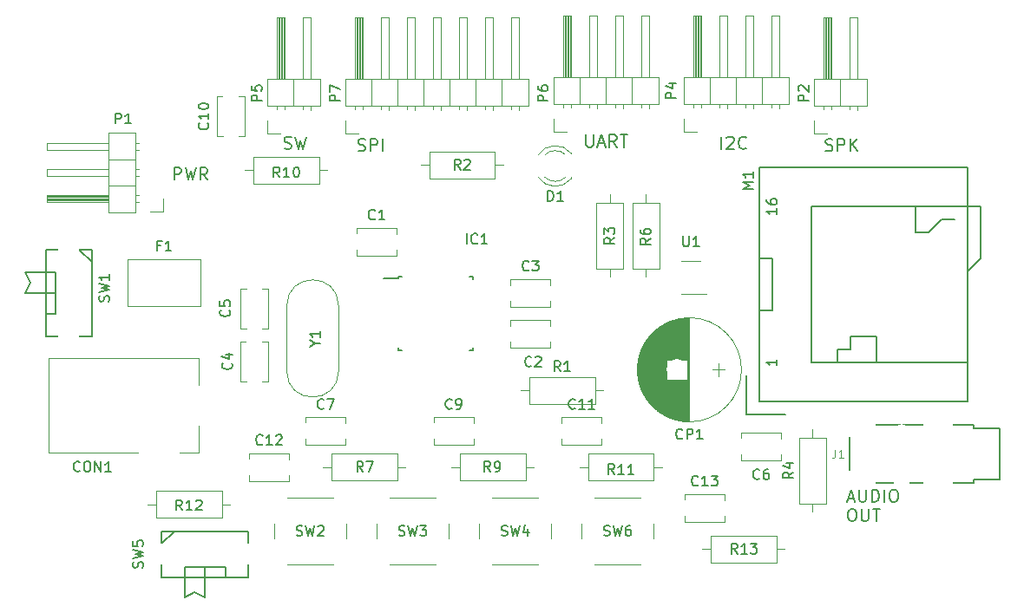
<source format=gto>
G04 #@! TF.FileFunction,Legend,Top*
%FSLAX46Y46*%
G04 Gerber Fmt 4.6, Leading zero omitted, Abs format (unit mm)*
G04 Created by KiCad (PCBNEW 4.0.1-stable) date 2018/09/01 18:49:11*
%MOMM*%
G01*
G04 APERTURE LIST*
%ADD10C,0.100000*%
%ADD11C,0.200000*%
%ADD12C,0.120000*%
%ADD13C,0.150000*%
%ADD14C,2.000000*%
%ADD15R,3.900000X3.900000*%
%ADD16R,2.200000X2.200000*%
%ADD17C,2.200000*%
%ADD18R,2.000000X0.950000*%
%ADD19R,0.950000X2.000000*%
%ADD20R,3.000000X1.400000*%
%ADD21C,1.700000*%
%ADD22R,2.100000X2.100000*%
%ADD23O,2.100000X2.100000*%
%ADD24O,2.000000X2.000000*%
%ADD25C,1.400000*%
%ADD26R,2.000000X1.100000*%
%ADD27R,1.100000X2.000000*%
%ADD28R,1.460000X1.050000*%
%ADD29C,1.900000*%
%ADD30C,2.100000*%
%ADD31R,2.000000X2.000000*%
%ADD32C,2.400000*%
G04 APERTURE END LIST*
D10*
D11*
X63485714Y-76942857D02*
X63485714Y-75742857D01*
X63942857Y-75742857D01*
X64057143Y-75800000D01*
X64114286Y-75857143D01*
X64171429Y-75971429D01*
X64171429Y-76142857D01*
X64114286Y-76257143D01*
X64057143Y-76314286D01*
X63942857Y-76371429D01*
X63485714Y-76371429D01*
X64571429Y-75742857D02*
X64857143Y-76942857D01*
X65085714Y-76085714D01*
X65314286Y-76942857D01*
X65600000Y-75742857D01*
X66742858Y-76942857D02*
X66342858Y-76371429D01*
X66057143Y-76942857D02*
X66057143Y-75742857D01*
X66514286Y-75742857D01*
X66628572Y-75800000D01*
X66685715Y-75857143D01*
X66742858Y-75971429D01*
X66742858Y-76142857D01*
X66685715Y-76257143D01*
X66628572Y-76314286D01*
X66514286Y-76371429D01*
X66057143Y-76371429D01*
X74228571Y-73885714D02*
X74400000Y-73942857D01*
X74685714Y-73942857D01*
X74800000Y-73885714D01*
X74857143Y-73828571D01*
X74914286Y-73714286D01*
X74914286Y-73600000D01*
X74857143Y-73485714D01*
X74800000Y-73428571D01*
X74685714Y-73371429D01*
X74457143Y-73314286D01*
X74342857Y-73257143D01*
X74285714Y-73200000D01*
X74228571Y-73085714D01*
X74228571Y-72971429D01*
X74285714Y-72857143D01*
X74342857Y-72800000D01*
X74457143Y-72742857D01*
X74742857Y-72742857D01*
X74914286Y-72800000D01*
X75314286Y-72742857D02*
X75600000Y-73942857D01*
X75828571Y-73085714D01*
X76057143Y-73942857D01*
X76342857Y-72742857D01*
X81428571Y-74085714D02*
X81600000Y-74142857D01*
X81885714Y-74142857D01*
X82000000Y-74085714D01*
X82057143Y-74028571D01*
X82114286Y-73914286D01*
X82114286Y-73800000D01*
X82057143Y-73685714D01*
X82000000Y-73628571D01*
X81885714Y-73571429D01*
X81657143Y-73514286D01*
X81542857Y-73457143D01*
X81485714Y-73400000D01*
X81428571Y-73285714D01*
X81428571Y-73171429D01*
X81485714Y-73057143D01*
X81542857Y-73000000D01*
X81657143Y-72942857D01*
X81942857Y-72942857D01*
X82114286Y-73000000D01*
X82628571Y-74142857D02*
X82628571Y-72942857D01*
X83085714Y-72942857D01*
X83200000Y-73000000D01*
X83257143Y-73057143D01*
X83314286Y-73171429D01*
X83314286Y-73342857D01*
X83257143Y-73457143D01*
X83200000Y-73514286D01*
X83085714Y-73571429D01*
X82628571Y-73571429D01*
X83828571Y-74142857D02*
X83828571Y-72942857D01*
X103685714Y-72542857D02*
X103685714Y-73514286D01*
X103742857Y-73628571D01*
X103800000Y-73685714D01*
X103914286Y-73742857D01*
X104142857Y-73742857D01*
X104257143Y-73685714D01*
X104314286Y-73628571D01*
X104371429Y-73514286D01*
X104371429Y-72542857D01*
X104885714Y-73400000D02*
X105457143Y-73400000D01*
X104771429Y-73742857D02*
X105171429Y-72542857D01*
X105571429Y-73742857D01*
X106657143Y-73742857D02*
X106257143Y-73171429D01*
X105971428Y-73742857D02*
X105971428Y-72542857D01*
X106428571Y-72542857D01*
X106542857Y-72600000D01*
X106600000Y-72657143D01*
X106657143Y-72771429D01*
X106657143Y-72942857D01*
X106600000Y-73057143D01*
X106542857Y-73114286D01*
X106428571Y-73171429D01*
X105971428Y-73171429D01*
X107000000Y-72542857D02*
X107685714Y-72542857D01*
X107342857Y-73742857D02*
X107342857Y-72542857D01*
X116885714Y-73942857D02*
X116885714Y-72742857D01*
X117400000Y-72857143D02*
X117457143Y-72800000D01*
X117571429Y-72742857D01*
X117857143Y-72742857D01*
X117971429Y-72800000D01*
X118028572Y-72857143D01*
X118085715Y-72971429D01*
X118085715Y-73085714D01*
X118028572Y-73257143D01*
X117342858Y-73942857D01*
X118085715Y-73942857D01*
X119285715Y-73828571D02*
X119228572Y-73885714D01*
X119057143Y-73942857D01*
X118942857Y-73942857D01*
X118771429Y-73885714D01*
X118657143Y-73771429D01*
X118600000Y-73657143D01*
X118542857Y-73428571D01*
X118542857Y-73257143D01*
X118600000Y-73028571D01*
X118657143Y-72914286D01*
X118771429Y-72800000D01*
X118942857Y-72742857D01*
X119057143Y-72742857D01*
X119228572Y-72800000D01*
X119285715Y-72857143D01*
X127028571Y-74085714D02*
X127200000Y-74142857D01*
X127485714Y-74142857D01*
X127600000Y-74085714D01*
X127657143Y-74028571D01*
X127714286Y-73914286D01*
X127714286Y-73800000D01*
X127657143Y-73685714D01*
X127600000Y-73628571D01*
X127485714Y-73571429D01*
X127257143Y-73514286D01*
X127142857Y-73457143D01*
X127085714Y-73400000D01*
X127028571Y-73285714D01*
X127028571Y-73171429D01*
X127085714Y-73057143D01*
X127142857Y-73000000D01*
X127257143Y-72942857D01*
X127542857Y-72942857D01*
X127714286Y-73000000D01*
X128228571Y-74142857D02*
X128228571Y-72942857D01*
X128685714Y-72942857D01*
X128800000Y-73000000D01*
X128857143Y-73057143D01*
X128914286Y-73171429D01*
X128914286Y-73342857D01*
X128857143Y-73457143D01*
X128800000Y-73514286D01*
X128685714Y-73571429D01*
X128228571Y-73571429D01*
X129428571Y-74142857D02*
X129428571Y-72942857D01*
X130114286Y-74142857D02*
X129600000Y-73457143D01*
X130114286Y-72942857D02*
X129428571Y-73628571D01*
X129228571Y-108060000D02*
X129800000Y-108060000D01*
X129114286Y-108402857D02*
X129514286Y-107202857D01*
X129914286Y-108402857D01*
X130314285Y-107202857D02*
X130314285Y-108174286D01*
X130371428Y-108288571D01*
X130428571Y-108345714D01*
X130542857Y-108402857D01*
X130771428Y-108402857D01*
X130885714Y-108345714D01*
X130942857Y-108288571D01*
X131000000Y-108174286D01*
X131000000Y-107202857D01*
X131571428Y-108402857D02*
X131571428Y-107202857D01*
X131857143Y-107202857D01*
X132028571Y-107260000D01*
X132142857Y-107374286D01*
X132200000Y-107488571D01*
X132257143Y-107717143D01*
X132257143Y-107888571D01*
X132200000Y-108117143D01*
X132142857Y-108231429D01*
X132028571Y-108345714D01*
X131857143Y-108402857D01*
X131571428Y-108402857D01*
X132771428Y-108402857D02*
X132771428Y-107202857D01*
X133571429Y-107202857D02*
X133800000Y-107202857D01*
X133914286Y-107260000D01*
X134028572Y-107374286D01*
X134085714Y-107602857D01*
X134085714Y-108002857D01*
X134028572Y-108231429D01*
X133914286Y-108345714D01*
X133800000Y-108402857D01*
X133571429Y-108402857D01*
X133457143Y-108345714D01*
X133342857Y-108231429D01*
X133285714Y-108002857D01*
X133285714Y-107602857D01*
X133342857Y-107374286D01*
X133457143Y-107260000D01*
X133571429Y-107202857D01*
X129514286Y-109082857D02*
X129742857Y-109082857D01*
X129857143Y-109140000D01*
X129971429Y-109254286D01*
X130028571Y-109482857D01*
X130028571Y-109882857D01*
X129971429Y-110111429D01*
X129857143Y-110225714D01*
X129742857Y-110282857D01*
X129514286Y-110282857D01*
X129400000Y-110225714D01*
X129285714Y-110111429D01*
X129228571Y-109882857D01*
X129228571Y-109482857D01*
X129285714Y-109254286D01*
X129400000Y-109140000D01*
X129514286Y-109082857D01*
X130542857Y-109082857D02*
X130542857Y-110054286D01*
X130600000Y-110168571D01*
X130657143Y-110225714D01*
X130771429Y-110282857D01*
X131000000Y-110282857D01*
X131114286Y-110225714D01*
X131171429Y-110168571D01*
X131228572Y-110054286D01*
X131228572Y-109082857D01*
X131628572Y-109082857D02*
X132314286Y-109082857D01*
X131971429Y-110282857D02*
X131971429Y-109082857D01*
D12*
X81290000Y-81640000D02*
X85210000Y-81640000D01*
X81290000Y-84360000D02*
X85210000Y-84360000D01*
X81290000Y-81640000D02*
X81290000Y-82250000D01*
X81290000Y-83750000D02*
X81290000Y-84360000D01*
X85210000Y-81640000D02*
X85210000Y-82250000D01*
X85210000Y-83750000D02*
X85210000Y-84360000D01*
X96290000Y-90640000D02*
X100210000Y-90640000D01*
X96290000Y-93360000D02*
X100210000Y-93360000D01*
X96290000Y-90640000D02*
X96290000Y-91250000D01*
X96290000Y-92750000D02*
X96290000Y-93360000D01*
X100210000Y-90640000D02*
X100210000Y-91250000D01*
X100210000Y-92750000D02*
X100210000Y-93360000D01*
X96290000Y-86640000D02*
X100210000Y-86640000D01*
X96290000Y-89360000D02*
X100210000Y-89360000D01*
X96290000Y-86640000D02*
X96290000Y-87250000D01*
X96290000Y-88750000D02*
X96290000Y-89360000D01*
X100210000Y-86640000D02*
X100210000Y-87250000D01*
X100210000Y-88750000D02*
X100210000Y-89360000D01*
X69960000Y-96635000D02*
X69960000Y-92715000D01*
X72680000Y-96635000D02*
X72680000Y-92715000D01*
X69960000Y-96635000D02*
X70570000Y-96635000D01*
X72070000Y-96635000D02*
X72680000Y-96635000D01*
X69960000Y-92715000D02*
X70570000Y-92715000D01*
X72070000Y-92715000D02*
X72680000Y-92715000D01*
X72680000Y-87595000D02*
X72680000Y-91515000D01*
X69960000Y-87595000D02*
X69960000Y-91515000D01*
X72680000Y-87595000D02*
X72070000Y-87595000D01*
X70570000Y-87595000D02*
X69960000Y-87595000D01*
X72680000Y-91515000D02*
X72070000Y-91515000D01*
X70570000Y-91515000D02*
X69960000Y-91515000D01*
X118790000Y-101640000D02*
X122710000Y-101640000D01*
X118790000Y-104360000D02*
X122710000Y-104360000D01*
X118790000Y-101640000D02*
X118790000Y-102250000D01*
X118790000Y-103750000D02*
X118790000Y-104360000D01*
X122710000Y-101640000D02*
X122710000Y-102250000D01*
X122710000Y-103750000D02*
X122710000Y-104360000D01*
X76290000Y-100140000D02*
X80210000Y-100140000D01*
X76290000Y-102860000D02*
X80210000Y-102860000D01*
X76290000Y-100140000D02*
X76290000Y-100750000D01*
X76290000Y-102250000D02*
X76290000Y-102860000D01*
X80210000Y-100140000D02*
X80210000Y-100750000D01*
X80210000Y-102250000D02*
X80210000Y-102860000D01*
X88790000Y-100140000D02*
X92710000Y-100140000D01*
X88790000Y-102860000D02*
X92710000Y-102860000D01*
X88790000Y-100140000D02*
X88790000Y-100750000D01*
X88790000Y-102250000D02*
X88790000Y-102860000D01*
X92710000Y-100140000D02*
X92710000Y-100750000D01*
X92710000Y-102250000D02*
X92710000Y-102860000D01*
X67640000Y-72710000D02*
X67640000Y-68790000D01*
X70360000Y-72710000D02*
X70360000Y-68790000D01*
X67640000Y-72710000D02*
X68250000Y-72710000D01*
X69750000Y-72710000D02*
X70360000Y-72710000D01*
X67640000Y-68790000D02*
X68250000Y-68790000D01*
X69750000Y-68790000D02*
X70360000Y-68790000D01*
X101290000Y-100140000D02*
X105210000Y-100140000D01*
X101290000Y-102860000D02*
X105210000Y-102860000D01*
X101290000Y-100140000D02*
X101290000Y-100750000D01*
X101290000Y-102250000D02*
X101290000Y-102860000D01*
X105210000Y-100140000D02*
X105210000Y-100750000D01*
X105210000Y-102250000D02*
X105210000Y-102860000D01*
X70790000Y-103640000D02*
X74710000Y-103640000D01*
X70790000Y-106360000D02*
X74710000Y-106360000D01*
X70790000Y-103640000D02*
X70790000Y-104250000D01*
X70790000Y-105750000D02*
X70790000Y-106360000D01*
X74710000Y-103640000D02*
X74710000Y-104250000D01*
X74710000Y-105750000D02*
X74710000Y-106360000D01*
X113290000Y-107640000D02*
X117210000Y-107640000D01*
X113290000Y-110360000D02*
X117210000Y-110360000D01*
X113290000Y-107640000D02*
X113290000Y-108250000D01*
X113290000Y-109750000D02*
X113290000Y-110360000D01*
X117210000Y-107640000D02*
X117210000Y-108250000D01*
X117210000Y-109750000D02*
X117210000Y-110360000D01*
X60000000Y-103600000D02*
X51200000Y-103600000D01*
X51200000Y-103600000D02*
X51200000Y-94400000D01*
X65900000Y-100900000D02*
X65900000Y-103600000D01*
X65900000Y-103600000D02*
X64000000Y-103600000D01*
X51200000Y-94400000D02*
X65900000Y-94400000D01*
X65900000Y-94400000D02*
X65900000Y-97000000D01*
X98997665Y-76678608D02*
G75*
G03X102230000Y-76835516I1672335J1078608D01*
G01*
X98997665Y-74521392D02*
G75*
G02X102230000Y-74364484I1672335J-1078608D01*
G01*
X99628870Y-76679837D02*
G75*
G03X101710961Y-76680000I1041130J1079837D01*
G01*
X99628870Y-74520163D02*
G75*
G02X101710961Y-74520000I1041130J-1079837D01*
G01*
X102230000Y-76836000D02*
X102230000Y-76680000D01*
X102230000Y-74520000D02*
X102230000Y-74364000D01*
X58940000Y-84690000D02*
X66060000Y-84690000D01*
X58940000Y-89310000D02*
X66060000Y-89310000D01*
X58940000Y-84690000D02*
X58940000Y-89310000D01*
X66060000Y-84690000D02*
X66060000Y-89310000D01*
D13*
X85375000Y-86375000D02*
X85375000Y-86600000D01*
X92625000Y-86375000D02*
X92625000Y-86700000D01*
X92625000Y-93625000D02*
X92625000Y-93300000D01*
X85375000Y-93625000D02*
X85375000Y-93300000D01*
X85375000Y-86375000D02*
X85700000Y-86375000D01*
X85375000Y-93625000D02*
X85700000Y-93625000D01*
X92625000Y-93625000D02*
X92300000Y-93625000D01*
X92625000Y-86375000D02*
X92300000Y-86375000D01*
X85375000Y-86600000D02*
X83950000Y-86600000D01*
X139300000Y-100850000D02*
X141500000Y-100850000D01*
X141500000Y-100850000D02*
X141500000Y-101250000D01*
X141500000Y-101250000D02*
X144000000Y-101250000D01*
X144000000Y-101250000D02*
X144000000Y-106250000D01*
X144000000Y-106250000D02*
X141500000Y-106250000D01*
X141500000Y-106250000D02*
X141500000Y-106550000D01*
X129400000Y-100850000D02*
X136700000Y-100850000D01*
X129400000Y-105450000D02*
X129400000Y-101950000D01*
X136700000Y-106550000D02*
X129400000Y-106550000D01*
X141500000Y-106550000D02*
X139400000Y-106550000D01*
D12*
X59720000Y-80110000D02*
X59720000Y-72370000D01*
X59720000Y-72370000D02*
X57060000Y-72370000D01*
X57060000Y-72370000D02*
X57060000Y-80110000D01*
X57060000Y-80110000D02*
X59720000Y-80110000D01*
X57060000Y-79160000D02*
X51060000Y-79160000D01*
X51060000Y-79160000D02*
X51060000Y-78400000D01*
X51060000Y-78400000D02*
X57060000Y-78400000D01*
X57060000Y-79100000D02*
X51060000Y-79100000D01*
X57060000Y-78980000D02*
X51060000Y-78980000D01*
X57060000Y-78860000D02*
X51060000Y-78860000D01*
X57060000Y-78740000D02*
X51060000Y-78740000D01*
X57060000Y-78620000D02*
X51060000Y-78620000D01*
X57060000Y-78500000D02*
X51060000Y-78500000D01*
X60050000Y-79160000D02*
X59720000Y-79160000D01*
X60050000Y-78400000D02*
X59720000Y-78400000D01*
X59720000Y-77510000D02*
X57060000Y-77510000D01*
X57060000Y-76620000D02*
X51060000Y-76620000D01*
X51060000Y-76620000D02*
X51060000Y-75860000D01*
X51060000Y-75860000D02*
X57060000Y-75860000D01*
X60117071Y-76620000D02*
X59720000Y-76620000D01*
X60117071Y-75860000D02*
X59720000Y-75860000D01*
X59720000Y-74970000D02*
X57060000Y-74970000D01*
X57060000Y-74080000D02*
X51060000Y-74080000D01*
X51060000Y-74080000D02*
X51060000Y-73320000D01*
X51060000Y-73320000D02*
X57060000Y-73320000D01*
X60117071Y-74080000D02*
X59720000Y-74080000D01*
X60117071Y-73320000D02*
X59720000Y-73320000D01*
X62430000Y-78780000D02*
X62430000Y-80050000D01*
X62430000Y-80050000D02*
X61160000Y-80050000D01*
X125870000Y-69720000D02*
X131070000Y-69720000D01*
X131070000Y-69720000D02*
X131070000Y-67060000D01*
X131070000Y-67060000D02*
X125870000Y-67060000D01*
X125870000Y-67060000D02*
X125870000Y-69720000D01*
X126820000Y-67060000D02*
X126820000Y-61060000D01*
X126820000Y-61060000D02*
X127580000Y-61060000D01*
X127580000Y-61060000D02*
X127580000Y-67060000D01*
X126880000Y-67060000D02*
X126880000Y-61060000D01*
X127000000Y-67060000D02*
X127000000Y-61060000D01*
X127120000Y-67060000D02*
X127120000Y-61060000D01*
X127240000Y-67060000D02*
X127240000Y-61060000D01*
X127360000Y-67060000D02*
X127360000Y-61060000D01*
X127480000Y-67060000D02*
X127480000Y-61060000D01*
X126820000Y-70050000D02*
X126820000Y-69720000D01*
X127580000Y-70050000D02*
X127580000Y-69720000D01*
X128470000Y-69720000D02*
X128470000Y-67060000D01*
X129360000Y-67060000D02*
X129360000Y-61060000D01*
X129360000Y-61060000D02*
X130120000Y-61060000D01*
X130120000Y-61060000D02*
X130120000Y-67060000D01*
X129360000Y-70117071D02*
X129360000Y-69720000D01*
X130120000Y-70117071D02*
X130120000Y-69720000D01*
X127200000Y-72430000D02*
X125930000Y-72430000D01*
X125930000Y-72430000D02*
X125930000Y-71160000D01*
X72530000Y-69720000D02*
X77730000Y-69720000D01*
X77730000Y-69720000D02*
X77730000Y-67060000D01*
X77730000Y-67060000D02*
X72530000Y-67060000D01*
X72530000Y-67060000D02*
X72530000Y-69720000D01*
X73480000Y-67060000D02*
X73480000Y-61060000D01*
X73480000Y-61060000D02*
X74240000Y-61060000D01*
X74240000Y-61060000D02*
X74240000Y-67060000D01*
X73540000Y-67060000D02*
X73540000Y-61060000D01*
X73660000Y-67060000D02*
X73660000Y-61060000D01*
X73780000Y-67060000D02*
X73780000Y-61060000D01*
X73900000Y-67060000D02*
X73900000Y-61060000D01*
X74020000Y-67060000D02*
X74020000Y-61060000D01*
X74140000Y-67060000D02*
X74140000Y-61060000D01*
X73480000Y-70050000D02*
X73480000Y-69720000D01*
X74240000Y-70050000D02*
X74240000Y-69720000D01*
X75130000Y-69720000D02*
X75130000Y-67060000D01*
X76020000Y-67060000D02*
X76020000Y-61060000D01*
X76020000Y-61060000D02*
X76780000Y-61060000D01*
X76780000Y-61060000D02*
X76780000Y-67060000D01*
X76020000Y-70117071D02*
X76020000Y-69720000D01*
X76780000Y-70117071D02*
X76780000Y-69720000D01*
X73860000Y-72430000D02*
X72590000Y-72430000D01*
X72590000Y-72430000D02*
X72590000Y-71160000D01*
X88370000Y-74190000D02*
X88370000Y-76810000D01*
X88370000Y-76810000D02*
X94790000Y-76810000D01*
X94790000Y-76810000D02*
X94790000Y-74190000D01*
X94790000Y-74190000D02*
X88370000Y-74190000D01*
X87480000Y-75500000D02*
X88370000Y-75500000D01*
X95680000Y-75500000D02*
X94790000Y-75500000D01*
X107310000Y-79210000D02*
X104690000Y-79210000D01*
X104690000Y-79210000D02*
X104690000Y-85630000D01*
X104690000Y-85630000D02*
X107310000Y-85630000D01*
X107310000Y-85630000D02*
X107310000Y-79210000D01*
X106000000Y-78320000D02*
X106000000Y-79210000D01*
X106000000Y-86520000D02*
X106000000Y-85630000D01*
X108190000Y-85630000D02*
X110810000Y-85630000D01*
X110810000Y-85630000D02*
X110810000Y-79210000D01*
X110810000Y-79210000D02*
X108190000Y-79210000D01*
X108190000Y-79210000D02*
X108190000Y-85630000D01*
X109500000Y-86520000D02*
X109500000Y-85630000D01*
X109500000Y-78320000D02*
X109500000Y-79210000D01*
X85290000Y-106310000D02*
X85290000Y-103690000D01*
X85290000Y-103690000D02*
X78870000Y-103690000D01*
X78870000Y-103690000D02*
X78870000Y-106310000D01*
X78870000Y-106310000D02*
X85290000Y-106310000D01*
X86180000Y-105000000D02*
X85290000Y-105000000D01*
X77980000Y-105000000D02*
X78870000Y-105000000D01*
X97790000Y-106310000D02*
X97790000Y-103690000D01*
X97790000Y-103690000D02*
X91370000Y-103690000D01*
X91370000Y-103690000D02*
X91370000Y-106310000D01*
X91370000Y-106310000D02*
X97790000Y-106310000D01*
X98680000Y-105000000D02*
X97790000Y-105000000D01*
X90480000Y-105000000D02*
X91370000Y-105000000D01*
X77630000Y-77310000D02*
X77630000Y-74690000D01*
X77630000Y-74690000D02*
X71210000Y-74690000D01*
X71210000Y-74690000D02*
X71210000Y-77310000D01*
X71210000Y-77310000D02*
X77630000Y-77310000D01*
X78520000Y-76000000D02*
X77630000Y-76000000D01*
X70320000Y-76000000D02*
X71210000Y-76000000D01*
X110290000Y-106310000D02*
X110290000Y-103690000D01*
X110290000Y-103690000D02*
X103870000Y-103690000D01*
X103870000Y-103690000D02*
X103870000Y-106310000D01*
X103870000Y-106310000D02*
X110290000Y-106310000D01*
X111180000Y-105000000D02*
X110290000Y-105000000D01*
X102980000Y-105000000D02*
X103870000Y-105000000D01*
X68130000Y-109935000D02*
X68130000Y-107315000D01*
X68130000Y-107315000D02*
X61710000Y-107315000D01*
X61710000Y-107315000D02*
X61710000Y-109935000D01*
X61710000Y-109935000D02*
X68130000Y-109935000D01*
X69020000Y-108625000D02*
X68130000Y-108625000D01*
X60820000Y-108625000D02*
X61710000Y-108625000D01*
X122290000Y-114310000D02*
X122290000Y-111690000D01*
X122290000Y-111690000D02*
X115870000Y-111690000D01*
X115870000Y-111690000D02*
X115870000Y-114310000D01*
X115870000Y-114310000D02*
X122290000Y-114310000D01*
X123180000Y-113000000D02*
X122290000Y-113000000D01*
X114980000Y-113000000D02*
X115870000Y-113000000D01*
D13*
X49450000Y-87000000D02*
X48950000Y-88000000D01*
X49450000Y-87000000D02*
X48950000Y-86000000D01*
X50950000Y-86000000D02*
X48950000Y-86000000D01*
X48950000Y-88000000D02*
X51950000Y-88000000D01*
X50950000Y-86000000D02*
X51950000Y-86000000D01*
X51950000Y-86000000D02*
X51950000Y-90000000D01*
X51950000Y-90000000D02*
X50950000Y-90000000D01*
X55450000Y-85000000D02*
X54200000Y-83750000D01*
X55450000Y-83750000D02*
X55450000Y-92250000D01*
X55450000Y-92250000D02*
X50950000Y-92250000D01*
X50950000Y-92250000D02*
X50950000Y-83750000D01*
X50950000Y-83750000D02*
X55450000Y-83750000D01*
X65500000Y-117250000D02*
X66500000Y-117750000D01*
X65500000Y-117250000D02*
X64500000Y-117750000D01*
X64500000Y-115750000D02*
X64500000Y-117750000D01*
X66500000Y-117750000D02*
X66500000Y-114750000D01*
X64500000Y-115750000D02*
X64500000Y-114750000D01*
X64500000Y-114750000D02*
X68500000Y-114750000D01*
X68500000Y-114750000D02*
X68500000Y-115750000D01*
X63500000Y-111250000D02*
X62250000Y-112500000D01*
X62250000Y-111250000D02*
X70750000Y-111250000D01*
X70750000Y-111250000D02*
X70750000Y-115750000D01*
X70750000Y-115750000D02*
X62250000Y-115750000D01*
X62250000Y-115750000D02*
X62250000Y-111250000D01*
D12*
X114800000Y-84890000D02*
X113000000Y-84890000D01*
X113000000Y-88110000D02*
X115450000Y-88110000D01*
X74475000Y-95640000D02*
X74475000Y-89240000D01*
X79525000Y-95640000D02*
X79525000Y-89240000D01*
X79525000Y-95640000D02*
G75*
G02X74475000Y-95640000I-2525000J0D01*
G01*
X79525000Y-89240000D02*
G75*
G03X74475000Y-89240000I-2525000J0D01*
G01*
D13*
X119300000Y-96050000D02*
X119300000Y-99860000D01*
X119300000Y-99860000D02*
X123110000Y-99860000D01*
X128190000Y-94780000D02*
X128190000Y-93510000D01*
X128190000Y-93510000D02*
X129460000Y-93510000D01*
X129460000Y-93510000D02*
X129460000Y-92240000D01*
X129460000Y-92240000D02*
X132000000Y-92240000D01*
X132000000Y-92240000D02*
X132000000Y-94780000D01*
X135810000Y-79540000D02*
X135810000Y-82080000D01*
X135810000Y-82080000D02*
X137080000Y-82080000D01*
X137080000Y-82080000D02*
X138350000Y-80810000D01*
X138350000Y-80810000D02*
X139620000Y-80810000D01*
X140890000Y-94780000D02*
X125650000Y-94780000D01*
X125650000Y-94780000D02*
X125650000Y-79540000D01*
X125650000Y-79540000D02*
X142160000Y-79540000D01*
X142160000Y-79540000D02*
X142160000Y-84620000D01*
X142160000Y-84620000D02*
X140890000Y-85890000D01*
X120570000Y-84620000D02*
X121840000Y-84620000D01*
X121840000Y-84620000D02*
X121840000Y-89700000D01*
X121840000Y-89700000D02*
X120570000Y-89700000D01*
X120570000Y-98590000D02*
X120570000Y-75730000D01*
X120570000Y-75730000D02*
X140890000Y-75730000D01*
X140890000Y-75730000D02*
X140890000Y-98590000D01*
X140890000Y-98590000D02*
X120570000Y-98590000D01*
D12*
X113170000Y-69560000D02*
X123450000Y-69560000D01*
X123450000Y-69560000D02*
X123450000Y-66900000D01*
X123450000Y-66900000D02*
X113170000Y-66900000D01*
X113170000Y-66900000D02*
X113170000Y-69560000D01*
X114120000Y-66900000D02*
X114120000Y-60900000D01*
X114120000Y-60900000D02*
X114880000Y-60900000D01*
X114880000Y-60900000D02*
X114880000Y-66900000D01*
X114180000Y-66900000D02*
X114180000Y-60900000D01*
X114300000Y-66900000D02*
X114300000Y-60900000D01*
X114420000Y-66900000D02*
X114420000Y-60900000D01*
X114540000Y-66900000D02*
X114540000Y-60900000D01*
X114660000Y-66900000D02*
X114660000Y-60900000D01*
X114780000Y-66900000D02*
X114780000Y-60900000D01*
X114120000Y-69890000D02*
X114120000Y-69560000D01*
X114880000Y-69890000D02*
X114880000Y-69560000D01*
X115770000Y-69560000D02*
X115770000Y-66900000D01*
X116660000Y-66900000D02*
X116660000Y-60900000D01*
X116660000Y-60900000D02*
X117420000Y-60900000D01*
X117420000Y-60900000D02*
X117420000Y-66900000D01*
X116660000Y-69957071D02*
X116660000Y-69560000D01*
X117420000Y-69957071D02*
X117420000Y-69560000D01*
X118310000Y-69560000D02*
X118310000Y-66900000D01*
X119200000Y-66900000D02*
X119200000Y-60900000D01*
X119200000Y-60900000D02*
X119960000Y-60900000D01*
X119960000Y-60900000D02*
X119960000Y-66900000D01*
X119200000Y-69957071D02*
X119200000Y-69560000D01*
X119960000Y-69957071D02*
X119960000Y-69560000D01*
X120850000Y-69560000D02*
X120850000Y-66900000D01*
X121740000Y-66900000D02*
X121740000Y-60900000D01*
X121740000Y-60900000D02*
X122500000Y-60900000D01*
X122500000Y-60900000D02*
X122500000Y-66900000D01*
X121740000Y-69957071D02*
X121740000Y-69560000D01*
X122500000Y-69957071D02*
X122500000Y-69560000D01*
X114500000Y-72270000D02*
X113230000Y-72270000D01*
X113230000Y-72270000D02*
X113230000Y-71000000D01*
X100470000Y-69560000D02*
X110750000Y-69560000D01*
X110750000Y-69560000D02*
X110750000Y-66900000D01*
X110750000Y-66900000D02*
X100470000Y-66900000D01*
X100470000Y-66900000D02*
X100470000Y-69560000D01*
X101420000Y-66900000D02*
X101420000Y-60900000D01*
X101420000Y-60900000D02*
X102180000Y-60900000D01*
X102180000Y-60900000D02*
X102180000Y-66900000D01*
X101480000Y-66900000D02*
X101480000Y-60900000D01*
X101600000Y-66900000D02*
X101600000Y-60900000D01*
X101720000Y-66900000D02*
X101720000Y-60900000D01*
X101840000Y-66900000D02*
X101840000Y-60900000D01*
X101960000Y-66900000D02*
X101960000Y-60900000D01*
X102080000Y-66900000D02*
X102080000Y-60900000D01*
X101420000Y-69890000D02*
X101420000Y-69560000D01*
X102180000Y-69890000D02*
X102180000Y-69560000D01*
X103070000Y-69560000D02*
X103070000Y-66900000D01*
X103960000Y-66900000D02*
X103960000Y-60900000D01*
X103960000Y-60900000D02*
X104720000Y-60900000D01*
X104720000Y-60900000D02*
X104720000Y-66900000D01*
X103960000Y-69957071D02*
X103960000Y-69560000D01*
X104720000Y-69957071D02*
X104720000Y-69560000D01*
X105610000Y-69560000D02*
X105610000Y-66900000D01*
X106500000Y-66900000D02*
X106500000Y-60900000D01*
X106500000Y-60900000D02*
X107260000Y-60900000D01*
X107260000Y-60900000D02*
X107260000Y-66900000D01*
X106500000Y-69957071D02*
X106500000Y-69560000D01*
X107260000Y-69957071D02*
X107260000Y-69560000D01*
X108150000Y-69560000D02*
X108150000Y-66900000D01*
X109040000Y-66900000D02*
X109040000Y-60900000D01*
X109040000Y-60900000D02*
X109800000Y-60900000D01*
X109800000Y-60900000D02*
X109800000Y-66900000D01*
X109040000Y-69957071D02*
X109040000Y-69560000D01*
X109800000Y-69957071D02*
X109800000Y-69560000D01*
X101800000Y-72270000D02*
X100530000Y-72270000D01*
X100530000Y-72270000D02*
X100530000Y-71000000D01*
X80150000Y-69720000D02*
X98050000Y-69720000D01*
X98050000Y-69720000D02*
X98050000Y-67060000D01*
X98050000Y-67060000D02*
X80150000Y-67060000D01*
X80150000Y-67060000D02*
X80150000Y-69720000D01*
X81100000Y-67060000D02*
X81100000Y-61060000D01*
X81100000Y-61060000D02*
X81860000Y-61060000D01*
X81860000Y-61060000D02*
X81860000Y-67060000D01*
X81160000Y-67060000D02*
X81160000Y-61060000D01*
X81280000Y-67060000D02*
X81280000Y-61060000D01*
X81400000Y-67060000D02*
X81400000Y-61060000D01*
X81520000Y-67060000D02*
X81520000Y-61060000D01*
X81640000Y-67060000D02*
X81640000Y-61060000D01*
X81760000Y-67060000D02*
X81760000Y-61060000D01*
X81100000Y-70050000D02*
X81100000Y-69720000D01*
X81860000Y-70050000D02*
X81860000Y-69720000D01*
X82750000Y-69720000D02*
X82750000Y-67060000D01*
X83640000Y-67060000D02*
X83640000Y-61060000D01*
X83640000Y-61060000D02*
X84400000Y-61060000D01*
X84400000Y-61060000D02*
X84400000Y-67060000D01*
X83640000Y-70117071D02*
X83640000Y-69720000D01*
X84400000Y-70117071D02*
X84400000Y-69720000D01*
X85290000Y-69720000D02*
X85290000Y-67060000D01*
X86180000Y-67060000D02*
X86180000Y-61060000D01*
X86180000Y-61060000D02*
X86940000Y-61060000D01*
X86940000Y-61060000D02*
X86940000Y-67060000D01*
X86180000Y-70117071D02*
X86180000Y-69720000D01*
X86940000Y-70117071D02*
X86940000Y-69720000D01*
X87830000Y-69720000D02*
X87830000Y-67060000D01*
X88720000Y-67060000D02*
X88720000Y-61060000D01*
X88720000Y-61060000D02*
X89480000Y-61060000D01*
X89480000Y-61060000D02*
X89480000Y-67060000D01*
X88720000Y-70117071D02*
X88720000Y-69720000D01*
X89480000Y-70117071D02*
X89480000Y-69720000D01*
X90370000Y-69720000D02*
X90370000Y-67060000D01*
X91260000Y-67060000D02*
X91260000Y-61060000D01*
X91260000Y-61060000D02*
X92020000Y-61060000D01*
X92020000Y-61060000D02*
X92020000Y-67060000D01*
X91260000Y-70117071D02*
X91260000Y-69720000D01*
X92020000Y-70117071D02*
X92020000Y-69720000D01*
X92910000Y-69720000D02*
X92910000Y-67060000D01*
X93800000Y-67060000D02*
X93800000Y-61060000D01*
X93800000Y-61060000D02*
X94560000Y-61060000D01*
X94560000Y-61060000D02*
X94560000Y-67060000D01*
X93800000Y-70117071D02*
X93800000Y-69720000D01*
X94560000Y-70117071D02*
X94560000Y-69720000D01*
X95450000Y-69720000D02*
X95450000Y-67060000D01*
X96340000Y-67060000D02*
X96340000Y-61060000D01*
X96340000Y-61060000D02*
X97100000Y-61060000D01*
X97100000Y-61060000D02*
X97100000Y-67060000D01*
X96340000Y-70117071D02*
X96340000Y-69720000D01*
X97100000Y-70117071D02*
X97100000Y-69720000D01*
X81480000Y-72430000D02*
X80210000Y-72430000D01*
X80210000Y-72430000D02*
X80210000Y-71160000D01*
X118840000Y-95500000D02*
G75*
G03X118840000Y-95500000I-5090000J0D01*
G01*
X113750000Y-100550000D02*
X113750000Y-90450000D01*
X113710000Y-100550000D02*
X113710000Y-90450000D01*
X113670000Y-100550000D02*
X113670000Y-90450000D01*
X113630000Y-100549000D02*
X113630000Y-90451000D01*
X113590000Y-100548000D02*
X113590000Y-90452000D01*
X113550000Y-100547000D02*
X113550000Y-90453000D01*
X113510000Y-100545000D02*
X113510000Y-90455000D01*
X113470000Y-100543000D02*
X113470000Y-96480000D01*
X113470000Y-94520000D02*
X113470000Y-90457000D01*
X113430000Y-100540000D02*
X113430000Y-96480000D01*
X113430000Y-94520000D02*
X113430000Y-90460000D01*
X113390000Y-100538000D02*
X113390000Y-96480000D01*
X113390000Y-94520000D02*
X113390000Y-90462000D01*
X113350000Y-100535000D02*
X113350000Y-96480000D01*
X113350000Y-94520000D02*
X113350000Y-90465000D01*
X113310000Y-100531000D02*
X113310000Y-96480000D01*
X113310000Y-94520000D02*
X113310000Y-90469000D01*
X113270000Y-100528000D02*
X113270000Y-96480000D01*
X113270000Y-94520000D02*
X113270000Y-90472000D01*
X113230000Y-100524000D02*
X113230000Y-96480000D01*
X113230000Y-94520000D02*
X113230000Y-90476000D01*
X113190000Y-100520000D02*
X113190000Y-96480000D01*
X113190000Y-94520000D02*
X113190000Y-90480000D01*
X113150000Y-100515000D02*
X113150000Y-96480000D01*
X113150000Y-94520000D02*
X113150000Y-90485000D01*
X113110000Y-100510000D02*
X113110000Y-96480000D01*
X113110000Y-94520000D02*
X113110000Y-90490000D01*
X113070000Y-100505000D02*
X113070000Y-96480000D01*
X113070000Y-94520000D02*
X113070000Y-90495000D01*
X113029000Y-100499000D02*
X113029000Y-96480000D01*
X113029000Y-94520000D02*
X113029000Y-90501000D01*
X112989000Y-100493000D02*
X112989000Y-96480000D01*
X112989000Y-94520000D02*
X112989000Y-90507000D01*
X112949000Y-100487000D02*
X112949000Y-96480000D01*
X112949000Y-94520000D02*
X112949000Y-90513000D01*
X112909000Y-100481000D02*
X112909000Y-96480000D01*
X112909000Y-94520000D02*
X112909000Y-90519000D01*
X112869000Y-100474000D02*
X112869000Y-96480000D01*
X112869000Y-94520000D02*
X112869000Y-90526000D01*
X112829000Y-100467000D02*
X112829000Y-96480000D01*
X112829000Y-94520000D02*
X112829000Y-90533000D01*
X112789000Y-100459000D02*
X112789000Y-96480000D01*
X112789000Y-94520000D02*
X112789000Y-90541000D01*
X112749000Y-100451000D02*
X112749000Y-96480000D01*
X112749000Y-94520000D02*
X112749000Y-90549000D01*
X112709000Y-100443000D02*
X112709000Y-96480000D01*
X112709000Y-94520000D02*
X112709000Y-90557000D01*
X112669000Y-100435000D02*
X112669000Y-96480000D01*
X112669000Y-94520000D02*
X112669000Y-90565000D01*
X112629000Y-100426000D02*
X112629000Y-96480000D01*
X112629000Y-94520000D02*
X112629000Y-90574000D01*
X112589000Y-100417000D02*
X112589000Y-96480000D01*
X112589000Y-94520000D02*
X112589000Y-90583000D01*
X112549000Y-100407000D02*
X112549000Y-96480000D01*
X112549000Y-94520000D02*
X112549000Y-90593000D01*
X112509000Y-100397000D02*
X112509000Y-96480000D01*
X112509000Y-94520000D02*
X112509000Y-90603000D01*
X112469000Y-100387000D02*
X112469000Y-96480000D01*
X112469000Y-94520000D02*
X112469000Y-90613000D01*
X112429000Y-100376000D02*
X112429000Y-96480000D01*
X112429000Y-94520000D02*
X112429000Y-90624000D01*
X112389000Y-100365000D02*
X112389000Y-96480000D01*
X112389000Y-94520000D02*
X112389000Y-90635000D01*
X112349000Y-100354000D02*
X112349000Y-96480000D01*
X112349000Y-94520000D02*
X112349000Y-90646000D01*
X112309000Y-100343000D02*
X112309000Y-96480000D01*
X112309000Y-94520000D02*
X112309000Y-90657000D01*
X112269000Y-100331000D02*
X112269000Y-96480000D01*
X112269000Y-94520000D02*
X112269000Y-90669000D01*
X112229000Y-100318000D02*
X112229000Y-96480000D01*
X112229000Y-94520000D02*
X112229000Y-90682000D01*
X112189000Y-100306000D02*
X112189000Y-96480000D01*
X112189000Y-94520000D02*
X112189000Y-90694000D01*
X112149000Y-100292000D02*
X112149000Y-96480000D01*
X112149000Y-94520000D02*
X112149000Y-90708000D01*
X112109000Y-100279000D02*
X112109000Y-96480000D01*
X112109000Y-94520000D02*
X112109000Y-90721000D01*
X112069000Y-100265000D02*
X112069000Y-96480000D01*
X112069000Y-94520000D02*
X112069000Y-90735000D01*
X112029000Y-100251000D02*
X112029000Y-96480000D01*
X112029000Y-94520000D02*
X112029000Y-90749000D01*
X111989000Y-100237000D02*
X111989000Y-96480000D01*
X111989000Y-94520000D02*
X111989000Y-90763000D01*
X111949000Y-100222000D02*
X111949000Y-96480000D01*
X111949000Y-94520000D02*
X111949000Y-90778000D01*
X111909000Y-100206000D02*
X111909000Y-96480000D01*
X111909000Y-94520000D02*
X111909000Y-90794000D01*
X111869000Y-100191000D02*
X111869000Y-96480000D01*
X111869000Y-94520000D02*
X111869000Y-90809000D01*
X111829000Y-100174000D02*
X111829000Y-96480000D01*
X111829000Y-94520000D02*
X111829000Y-90826000D01*
X111789000Y-100158000D02*
X111789000Y-96480000D01*
X111789000Y-94520000D02*
X111789000Y-90842000D01*
X111749000Y-100141000D02*
X111749000Y-96480000D01*
X111749000Y-94520000D02*
X111749000Y-90859000D01*
X111709000Y-100124000D02*
X111709000Y-96480000D01*
X111709000Y-94520000D02*
X111709000Y-90876000D01*
X111669000Y-100106000D02*
X111669000Y-96480000D01*
X111669000Y-94520000D02*
X111669000Y-90894000D01*
X111629000Y-100088000D02*
X111629000Y-96480000D01*
X111629000Y-94520000D02*
X111629000Y-90912000D01*
X111589000Y-100069000D02*
X111589000Y-96480000D01*
X111589000Y-94520000D02*
X111589000Y-90931000D01*
X111549000Y-100050000D02*
X111549000Y-96480000D01*
X111549000Y-94520000D02*
X111549000Y-90950000D01*
X111509000Y-100031000D02*
X111509000Y-90969000D01*
X111469000Y-100011000D02*
X111469000Y-90989000D01*
X111429000Y-99991000D02*
X111429000Y-91009000D01*
X111389000Y-99970000D02*
X111389000Y-91030000D01*
X111349000Y-99949000D02*
X111349000Y-91051000D01*
X111309000Y-99928000D02*
X111309000Y-91072000D01*
X111269000Y-99905000D02*
X111269000Y-91095000D01*
X111229000Y-99883000D02*
X111229000Y-91117000D01*
X111189000Y-99860000D02*
X111189000Y-91140000D01*
X111149000Y-99836000D02*
X111149000Y-91164000D01*
X111109000Y-99812000D02*
X111109000Y-91188000D01*
X111069000Y-99788000D02*
X111069000Y-91212000D01*
X111029000Y-99763000D02*
X111029000Y-91237000D01*
X110989000Y-99737000D02*
X110989000Y-91263000D01*
X110949000Y-99711000D02*
X110949000Y-91289000D01*
X110909000Y-99685000D02*
X110909000Y-91315000D01*
X110869000Y-99657000D02*
X110869000Y-91343000D01*
X110829000Y-99630000D02*
X110829000Y-91370000D01*
X110789000Y-99601000D02*
X110789000Y-91399000D01*
X110749000Y-99572000D02*
X110749000Y-91428000D01*
X110709000Y-99543000D02*
X110709000Y-91457000D01*
X110669000Y-99513000D02*
X110669000Y-91487000D01*
X110629000Y-99482000D02*
X110629000Y-91518000D01*
X110589000Y-99451000D02*
X110589000Y-91549000D01*
X110549000Y-99419000D02*
X110549000Y-91581000D01*
X110509000Y-99386000D02*
X110509000Y-91614000D01*
X110469000Y-99353000D02*
X110469000Y-91647000D01*
X110429000Y-99319000D02*
X110429000Y-91681000D01*
X110389000Y-99284000D02*
X110389000Y-91716000D01*
X110349000Y-99248000D02*
X110349000Y-91752000D01*
X110309000Y-99212000D02*
X110309000Y-91788000D01*
X110269000Y-99175000D02*
X110269000Y-91825000D01*
X110229000Y-99137000D02*
X110229000Y-91863000D01*
X110189000Y-99098000D02*
X110189000Y-91902000D01*
X110149000Y-99059000D02*
X110149000Y-91941000D01*
X110109000Y-99018000D02*
X110109000Y-91982000D01*
X110069000Y-98977000D02*
X110069000Y-92023000D01*
X110029000Y-98935000D02*
X110029000Y-92065000D01*
X109989000Y-98891000D02*
X109989000Y-92109000D01*
X109949000Y-98847000D02*
X109949000Y-92153000D01*
X109909000Y-98802000D02*
X109909000Y-92198000D01*
X109869000Y-98755000D02*
X109869000Y-92245000D01*
X109829000Y-98707000D02*
X109829000Y-92293000D01*
X109789000Y-98658000D02*
X109789000Y-92342000D01*
X109749000Y-98608000D02*
X109749000Y-92392000D01*
X109709000Y-98557000D02*
X109709000Y-92443000D01*
X109669000Y-98504000D02*
X109669000Y-92496000D01*
X109629000Y-98449000D02*
X109629000Y-92551000D01*
X109589000Y-98394000D02*
X109589000Y-92606000D01*
X109549000Y-98336000D02*
X109549000Y-92664000D01*
X109509000Y-98277000D02*
X109509000Y-92723000D01*
X109469000Y-98215000D02*
X109469000Y-92785000D01*
X109429000Y-98152000D02*
X109429000Y-92848000D01*
X109389000Y-98087000D02*
X109389000Y-92913000D01*
X109349000Y-98019000D02*
X109349000Y-92981000D01*
X109309000Y-97949000D02*
X109309000Y-93051000D01*
X109269000Y-97877000D02*
X109269000Y-93123000D01*
X109229000Y-97801000D02*
X109229000Y-93199000D01*
X109189000Y-97722000D02*
X109189000Y-93278000D01*
X109149000Y-97640000D02*
X109149000Y-93360000D01*
X109109000Y-97553000D02*
X109109000Y-93447000D01*
X109069000Y-97462000D02*
X109069000Y-93538000D01*
X109029000Y-97366000D02*
X109029000Y-93634000D01*
X108989000Y-97263000D02*
X108989000Y-93737000D01*
X108949000Y-97154000D02*
X108949000Y-93846000D01*
X108909000Y-97036000D02*
X108909000Y-93964000D01*
X108869000Y-96907000D02*
X108869000Y-94093000D01*
X108829000Y-96765000D02*
X108829000Y-94235000D01*
X108789000Y-96604000D02*
X108789000Y-94396000D01*
X108749000Y-96413000D02*
X108749000Y-94587000D01*
X108709000Y-96172000D02*
X108709000Y-94828000D01*
X108669000Y-95779000D02*
X108669000Y-95221000D01*
X117200000Y-95500000D02*
X116000000Y-95500000D01*
X116600000Y-96150000D02*
X116600000Y-94850000D01*
X74500000Y-114500000D02*
X79000000Y-114500000D01*
X73250000Y-110500000D02*
X73250000Y-112000000D01*
X79000000Y-108000000D02*
X74500000Y-108000000D01*
X80250000Y-112000000D02*
X80250000Y-110500000D01*
X84500000Y-114500000D02*
X89000000Y-114500000D01*
X83250000Y-110500000D02*
X83250000Y-112000000D01*
X89000000Y-108000000D02*
X84500000Y-108000000D01*
X90250000Y-112000000D02*
X90250000Y-110500000D01*
X94500000Y-114500000D02*
X99000000Y-114500000D01*
X93250000Y-110500000D02*
X93250000Y-112000000D01*
X99000000Y-108000000D02*
X94500000Y-108000000D01*
X100250000Y-112000000D02*
X100250000Y-110500000D01*
X104500000Y-114500000D02*
X109000000Y-114500000D01*
X103250000Y-110500000D02*
X103250000Y-112000000D01*
X109000000Y-108000000D02*
X104500000Y-108000000D01*
X110250000Y-112000000D02*
X110250000Y-110500000D01*
X98120000Y-96190000D02*
X98120000Y-98810000D01*
X98120000Y-98810000D02*
X104540000Y-98810000D01*
X104540000Y-98810000D02*
X104540000Y-96190000D01*
X104540000Y-96190000D02*
X98120000Y-96190000D01*
X97230000Y-97500000D02*
X98120000Y-97500000D01*
X105430000Y-97500000D02*
X104540000Y-97500000D01*
X124440000Y-108540000D02*
X127060000Y-108540000D01*
X127060000Y-108540000D02*
X127060000Y-102120000D01*
X127060000Y-102120000D02*
X124440000Y-102120000D01*
X124440000Y-102120000D02*
X124440000Y-108540000D01*
X125750000Y-109430000D02*
X125750000Y-108540000D01*
X125750000Y-101230000D02*
X125750000Y-102120000D01*
D13*
X83083334Y-80747143D02*
X83035715Y-80794762D01*
X82892858Y-80842381D01*
X82797620Y-80842381D01*
X82654762Y-80794762D01*
X82559524Y-80699524D01*
X82511905Y-80604286D01*
X82464286Y-80413810D01*
X82464286Y-80270952D01*
X82511905Y-80080476D01*
X82559524Y-79985238D01*
X82654762Y-79890000D01*
X82797620Y-79842381D01*
X82892858Y-79842381D01*
X83035715Y-79890000D01*
X83083334Y-79937619D01*
X84035715Y-80842381D02*
X83464286Y-80842381D01*
X83750000Y-80842381D02*
X83750000Y-79842381D01*
X83654762Y-79985238D01*
X83559524Y-80080476D01*
X83464286Y-80128095D01*
X98333334Y-95107143D02*
X98285715Y-95154762D01*
X98142858Y-95202381D01*
X98047620Y-95202381D01*
X97904762Y-95154762D01*
X97809524Y-95059524D01*
X97761905Y-94964286D01*
X97714286Y-94773810D01*
X97714286Y-94630952D01*
X97761905Y-94440476D01*
X97809524Y-94345238D01*
X97904762Y-94250000D01*
X98047620Y-94202381D01*
X98142858Y-94202381D01*
X98285715Y-94250000D01*
X98333334Y-94297619D01*
X98714286Y-94297619D02*
X98761905Y-94250000D01*
X98857143Y-94202381D01*
X99095239Y-94202381D01*
X99190477Y-94250000D01*
X99238096Y-94297619D01*
X99285715Y-94392857D01*
X99285715Y-94488095D01*
X99238096Y-94630952D01*
X98666667Y-95202381D01*
X99285715Y-95202381D01*
X98083334Y-85747143D02*
X98035715Y-85794762D01*
X97892858Y-85842381D01*
X97797620Y-85842381D01*
X97654762Y-85794762D01*
X97559524Y-85699524D01*
X97511905Y-85604286D01*
X97464286Y-85413810D01*
X97464286Y-85270952D01*
X97511905Y-85080476D01*
X97559524Y-84985238D01*
X97654762Y-84890000D01*
X97797620Y-84842381D01*
X97892858Y-84842381D01*
X98035715Y-84890000D01*
X98083334Y-84937619D01*
X98416667Y-84842381D02*
X99035715Y-84842381D01*
X98702381Y-85223333D01*
X98845239Y-85223333D01*
X98940477Y-85270952D01*
X98988096Y-85318571D01*
X99035715Y-85413810D01*
X99035715Y-85651905D01*
X98988096Y-85747143D01*
X98940477Y-85794762D01*
X98845239Y-85842381D01*
X98559524Y-85842381D01*
X98464286Y-85794762D01*
X98416667Y-85747143D01*
X69067143Y-94841666D02*
X69114762Y-94889285D01*
X69162381Y-95032142D01*
X69162381Y-95127380D01*
X69114762Y-95270238D01*
X69019524Y-95365476D01*
X68924286Y-95413095D01*
X68733810Y-95460714D01*
X68590952Y-95460714D01*
X68400476Y-95413095D01*
X68305238Y-95365476D01*
X68210000Y-95270238D01*
X68162381Y-95127380D01*
X68162381Y-95032142D01*
X68210000Y-94889285D01*
X68257619Y-94841666D01*
X68495714Y-93984523D02*
X69162381Y-93984523D01*
X68114762Y-94222619D02*
X68829048Y-94460714D01*
X68829048Y-93841666D01*
X68857143Y-89666666D02*
X68904762Y-89714285D01*
X68952381Y-89857142D01*
X68952381Y-89952380D01*
X68904762Y-90095238D01*
X68809524Y-90190476D01*
X68714286Y-90238095D01*
X68523810Y-90285714D01*
X68380952Y-90285714D01*
X68190476Y-90238095D01*
X68095238Y-90190476D01*
X68000000Y-90095238D01*
X67952381Y-89952380D01*
X67952381Y-89857142D01*
X68000000Y-89714285D01*
X68047619Y-89666666D01*
X67952381Y-88761904D02*
X67952381Y-89238095D01*
X68428571Y-89285714D01*
X68380952Y-89238095D01*
X68333333Y-89142857D01*
X68333333Y-88904761D01*
X68380952Y-88809523D01*
X68428571Y-88761904D01*
X68523810Y-88714285D01*
X68761905Y-88714285D01*
X68857143Y-88761904D01*
X68904762Y-88809523D01*
X68952381Y-88904761D01*
X68952381Y-89142857D01*
X68904762Y-89238095D01*
X68857143Y-89285714D01*
X120583334Y-106107143D02*
X120535715Y-106154762D01*
X120392858Y-106202381D01*
X120297620Y-106202381D01*
X120154762Y-106154762D01*
X120059524Y-106059524D01*
X120011905Y-105964286D01*
X119964286Y-105773810D01*
X119964286Y-105630952D01*
X120011905Y-105440476D01*
X120059524Y-105345238D01*
X120154762Y-105250000D01*
X120297620Y-105202381D01*
X120392858Y-105202381D01*
X120535715Y-105250000D01*
X120583334Y-105297619D01*
X121440477Y-105202381D02*
X121250000Y-105202381D01*
X121154762Y-105250000D01*
X121107143Y-105297619D01*
X121011905Y-105440476D01*
X120964286Y-105630952D01*
X120964286Y-106011905D01*
X121011905Y-106107143D01*
X121059524Y-106154762D01*
X121154762Y-106202381D01*
X121345239Y-106202381D01*
X121440477Y-106154762D01*
X121488096Y-106107143D01*
X121535715Y-106011905D01*
X121535715Y-105773810D01*
X121488096Y-105678571D01*
X121440477Y-105630952D01*
X121345239Y-105583333D01*
X121154762Y-105583333D01*
X121059524Y-105630952D01*
X121011905Y-105678571D01*
X120964286Y-105773810D01*
X78083334Y-99247143D02*
X78035715Y-99294762D01*
X77892858Y-99342381D01*
X77797620Y-99342381D01*
X77654762Y-99294762D01*
X77559524Y-99199524D01*
X77511905Y-99104286D01*
X77464286Y-98913810D01*
X77464286Y-98770952D01*
X77511905Y-98580476D01*
X77559524Y-98485238D01*
X77654762Y-98390000D01*
X77797620Y-98342381D01*
X77892858Y-98342381D01*
X78035715Y-98390000D01*
X78083334Y-98437619D01*
X78416667Y-98342381D02*
X79083334Y-98342381D01*
X78654762Y-99342381D01*
X90583334Y-99247143D02*
X90535715Y-99294762D01*
X90392858Y-99342381D01*
X90297620Y-99342381D01*
X90154762Y-99294762D01*
X90059524Y-99199524D01*
X90011905Y-99104286D01*
X89964286Y-98913810D01*
X89964286Y-98770952D01*
X90011905Y-98580476D01*
X90059524Y-98485238D01*
X90154762Y-98390000D01*
X90297620Y-98342381D01*
X90392858Y-98342381D01*
X90535715Y-98390000D01*
X90583334Y-98437619D01*
X91059524Y-99342381D02*
X91250000Y-99342381D01*
X91345239Y-99294762D01*
X91392858Y-99247143D01*
X91488096Y-99104286D01*
X91535715Y-98913810D01*
X91535715Y-98532857D01*
X91488096Y-98437619D01*
X91440477Y-98390000D01*
X91345239Y-98342381D01*
X91154762Y-98342381D01*
X91059524Y-98390000D01*
X91011905Y-98437619D01*
X90964286Y-98532857D01*
X90964286Y-98770952D01*
X91011905Y-98866190D01*
X91059524Y-98913810D01*
X91154762Y-98961429D01*
X91345239Y-98961429D01*
X91440477Y-98913810D01*
X91488096Y-98866190D01*
X91535715Y-98770952D01*
X66747143Y-71392857D02*
X66794762Y-71440476D01*
X66842381Y-71583333D01*
X66842381Y-71678571D01*
X66794762Y-71821429D01*
X66699524Y-71916667D01*
X66604286Y-71964286D01*
X66413810Y-72011905D01*
X66270952Y-72011905D01*
X66080476Y-71964286D01*
X65985238Y-71916667D01*
X65890000Y-71821429D01*
X65842381Y-71678571D01*
X65842381Y-71583333D01*
X65890000Y-71440476D01*
X65937619Y-71392857D01*
X66842381Y-70440476D02*
X66842381Y-71011905D01*
X66842381Y-70726191D02*
X65842381Y-70726191D01*
X65985238Y-70821429D01*
X66080476Y-70916667D01*
X66128095Y-71011905D01*
X65842381Y-69821429D02*
X65842381Y-69726190D01*
X65890000Y-69630952D01*
X65937619Y-69583333D01*
X66032857Y-69535714D01*
X66223333Y-69488095D01*
X66461429Y-69488095D01*
X66651905Y-69535714D01*
X66747143Y-69583333D01*
X66794762Y-69630952D01*
X66842381Y-69726190D01*
X66842381Y-69821429D01*
X66794762Y-69916667D01*
X66747143Y-69964286D01*
X66651905Y-70011905D01*
X66461429Y-70059524D01*
X66223333Y-70059524D01*
X66032857Y-70011905D01*
X65937619Y-69964286D01*
X65890000Y-69916667D01*
X65842381Y-69821429D01*
X102607143Y-99247143D02*
X102559524Y-99294762D01*
X102416667Y-99342381D01*
X102321429Y-99342381D01*
X102178571Y-99294762D01*
X102083333Y-99199524D01*
X102035714Y-99104286D01*
X101988095Y-98913810D01*
X101988095Y-98770952D01*
X102035714Y-98580476D01*
X102083333Y-98485238D01*
X102178571Y-98390000D01*
X102321429Y-98342381D01*
X102416667Y-98342381D01*
X102559524Y-98390000D01*
X102607143Y-98437619D01*
X103559524Y-99342381D02*
X102988095Y-99342381D01*
X103273809Y-99342381D02*
X103273809Y-98342381D01*
X103178571Y-98485238D01*
X103083333Y-98580476D01*
X102988095Y-98628095D01*
X104511905Y-99342381D02*
X103940476Y-99342381D01*
X104226190Y-99342381D02*
X104226190Y-98342381D01*
X104130952Y-98485238D01*
X104035714Y-98580476D01*
X103940476Y-98628095D01*
X72107143Y-102747143D02*
X72059524Y-102794762D01*
X71916667Y-102842381D01*
X71821429Y-102842381D01*
X71678571Y-102794762D01*
X71583333Y-102699524D01*
X71535714Y-102604286D01*
X71488095Y-102413810D01*
X71488095Y-102270952D01*
X71535714Y-102080476D01*
X71583333Y-101985238D01*
X71678571Y-101890000D01*
X71821429Y-101842381D01*
X71916667Y-101842381D01*
X72059524Y-101890000D01*
X72107143Y-101937619D01*
X73059524Y-102842381D02*
X72488095Y-102842381D01*
X72773809Y-102842381D02*
X72773809Y-101842381D01*
X72678571Y-101985238D01*
X72583333Y-102080476D01*
X72488095Y-102128095D01*
X73440476Y-101937619D02*
X73488095Y-101890000D01*
X73583333Y-101842381D01*
X73821429Y-101842381D01*
X73916667Y-101890000D01*
X73964286Y-101937619D01*
X74011905Y-102032857D01*
X74011905Y-102128095D01*
X73964286Y-102270952D01*
X73392857Y-102842381D01*
X74011905Y-102842381D01*
X114607143Y-106747143D02*
X114559524Y-106794762D01*
X114416667Y-106842381D01*
X114321429Y-106842381D01*
X114178571Y-106794762D01*
X114083333Y-106699524D01*
X114035714Y-106604286D01*
X113988095Y-106413810D01*
X113988095Y-106270952D01*
X114035714Y-106080476D01*
X114083333Y-105985238D01*
X114178571Y-105890000D01*
X114321429Y-105842381D01*
X114416667Y-105842381D01*
X114559524Y-105890000D01*
X114607143Y-105937619D01*
X115559524Y-106842381D02*
X114988095Y-106842381D01*
X115273809Y-106842381D02*
X115273809Y-105842381D01*
X115178571Y-105985238D01*
X115083333Y-106080476D01*
X114988095Y-106128095D01*
X115892857Y-105842381D02*
X116511905Y-105842381D01*
X116178571Y-106223333D01*
X116321429Y-106223333D01*
X116416667Y-106270952D01*
X116464286Y-106318571D01*
X116511905Y-106413810D01*
X116511905Y-106651905D01*
X116464286Y-106747143D01*
X116416667Y-106794762D01*
X116321429Y-106842381D01*
X116035714Y-106842381D01*
X115940476Y-106794762D01*
X115892857Y-106747143D01*
X54285715Y-105357143D02*
X54238096Y-105404762D01*
X54095239Y-105452381D01*
X54000001Y-105452381D01*
X53857143Y-105404762D01*
X53761905Y-105309524D01*
X53714286Y-105214286D01*
X53666667Y-105023810D01*
X53666667Y-104880952D01*
X53714286Y-104690476D01*
X53761905Y-104595238D01*
X53857143Y-104500000D01*
X54000001Y-104452381D01*
X54095239Y-104452381D01*
X54238096Y-104500000D01*
X54285715Y-104547619D01*
X54904762Y-104452381D02*
X55095239Y-104452381D01*
X55190477Y-104500000D01*
X55285715Y-104595238D01*
X55333334Y-104785714D01*
X55333334Y-105119048D01*
X55285715Y-105309524D01*
X55190477Y-105404762D01*
X55095239Y-105452381D01*
X54904762Y-105452381D01*
X54809524Y-105404762D01*
X54714286Y-105309524D01*
X54666667Y-105119048D01*
X54666667Y-104785714D01*
X54714286Y-104595238D01*
X54809524Y-104500000D01*
X54904762Y-104452381D01*
X55761905Y-105452381D02*
X55761905Y-104452381D01*
X56333334Y-105452381D01*
X56333334Y-104452381D01*
X57333334Y-105452381D02*
X56761905Y-105452381D01*
X57047619Y-105452381D02*
X57047619Y-104452381D01*
X56952381Y-104595238D01*
X56857143Y-104690476D01*
X56761905Y-104738095D01*
X99931905Y-79012381D02*
X99931905Y-78012381D01*
X100170000Y-78012381D01*
X100312858Y-78060000D01*
X100408096Y-78155238D01*
X100455715Y-78250476D01*
X100503334Y-78440952D01*
X100503334Y-78583810D01*
X100455715Y-78774286D01*
X100408096Y-78869524D01*
X100312858Y-78964762D01*
X100170000Y-79012381D01*
X99931905Y-79012381D01*
X101455715Y-79012381D02*
X100884286Y-79012381D01*
X101170000Y-79012381D02*
X101170000Y-78012381D01*
X101074762Y-78155238D01*
X100979524Y-78250476D01*
X100884286Y-78298095D01*
X62166667Y-83368571D02*
X61833333Y-83368571D01*
X61833333Y-83892381D02*
X61833333Y-82892381D01*
X62309524Y-82892381D01*
X63214286Y-83892381D02*
X62642857Y-83892381D01*
X62928571Y-83892381D02*
X62928571Y-82892381D01*
X62833333Y-83035238D01*
X62738095Y-83130476D01*
X62642857Y-83178095D01*
X92023810Y-83202381D02*
X92023810Y-82202381D01*
X93071429Y-83107143D02*
X93023810Y-83154762D01*
X92880953Y-83202381D01*
X92785715Y-83202381D01*
X92642857Y-83154762D01*
X92547619Y-83059524D01*
X92500000Y-82964286D01*
X92452381Y-82773810D01*
X92452381Y-82630952D01*
X92500000Y-82440476D01*
X92547619Y-82345238D01*
X92642857Y-82250000D01*
X92785715Y-82202381D01*
X92880953Y-82202381D01*
X93023810Y-82250000D01*
X93071429Y-82297619D01*
X94023810Y-83202381D02*
X93452381Y-83202381D01*
X93738095Y-83202381D02*
X93738095Y-82202381D01*
X93642857Y-82345238D01*
X93547619Y-82440476D01*
X93452381Y-82488095D01*
D10*
X127983334Y-103311905D02*
X127983334Y-103883333D01*
X127945238Y-103997619D01*
X127869048Y-104073810D01*
X127754762Y-104111905D01*
X127678572Y-104111905D01*
X128783334Y-104111905D02*
X128326191Y-104111905D01*
X128554762Y-104111905D02*
X128554762Y-103311905D01*
X128478572Y-103426190D01*
X128402381Y-103502381D01*
X128326191Y-103540476D01*
D13*
X57761905Y-71452381D02*
X57761905Y-70452381D01*
X58142858Y-70452381D01*
X58238096Y-70500000D01*
X58285715Y-70547619D01*
X58333334Y-70642857D01*
X58333334Y-70785714D01*
X58285715Y-70880952D01*
X58238096Y-70928571D01*
X58142858Y-70976190D01*
X57761905Y-70976190D01*
X59285715Y-71452381D02*
X58714286Y-71452381D01*
X59000000Y-71452381D02*
X59000000Y-70452381D01*
X58904762Y-70595238D01*
X58809524Y-70690476D01*
X58714286Y-70738095D01*
X125382381Y-69238095D02*
X124382381Y-69238095D01*
X124382381Y-68857142D01*
X124430000Y-68761904D01*
X124477619Y-68714285D01*
X124572857Y-68666666D01*
X124715714Y-68666666D01*
X124810952Y-68714285D01*
X124858571Y-68761904D01*
X124906190Y-68857142D01*
X124906190Y-69238095D01*
X124477619Y-68285714D02*
X124430000Y-68238095D01*
X124382381Y-68142857D01*
X124382381Y-67904761D01*
X124430000Y-67809523D01*
X124477619Y-67761904D01*
X124572857Y-67714285D01*
X124668095Y-67714285D01*
X124810952Y-67761904D01*
X125382381Y-68333333D01*
X125382381Y-67714285D01*
X72042381Y-69238095D02*
X71042381Y-69238095D01*
X71042381Y-68857142D01*
X71090000Y-68761904D01*
X71137619Y-68714285D01*
X71232857Y-68666666D01*
X71375714Y-68666666D01*
X71470952Y-68714285D01*
X71518571Y-68761904D01*
X71566190Y-68857142D01*
X71566190Y-69238095D01*
X71042381Y-67761904D02*
X71042381Y-68238095D01*
X71518571Y-68285714D01*
X71470952Y-68238095D01*
X71423333Y-68142857D01*
X71423333Y-67904761D01*
X71470952Y-67809523D01*
X71518571Y-67761904D01*
X71613810Y-67714285D01*
X71851905Y-67714285D01*
X71947143Y-67761904D01*
X71994762Y-67809523D01*
X72042381Y-67904761D01*
X72042381Y-68142857D01*
X71994762Y-68238095D01*
X71947143Y-68285714D01*
X91413334Y-75952381D02*
X91080000Y-75476190D01*
X90841905Y-75952381D02*
X90841905Y-74952381D01*
X91222858Y-74952381D01*
X91318096Y-75000000D01*
X91365715Y-75047619D01*
X91413334Y-75142857D01*
X91413334Y-75285714D01*
X91365715Y-75380952D01*
X91318096Y-75428571D01*
X91222858Y-75476190D01*
X90841905Y-75476190D01*
X91794286Y-75047619D02*
X91841905Y-75000000D01*
X91937143Y-74952381D01*
X92175239Y-74952381D01*
X92270477Y-75000000D01*
X92318096Y-75047619D01*
X92365715Y-75142857D01*
X92365715Y-75238095D01*
X92318096Y-75380952D01*
X91746667Y-75952381D01*
X92365715Y-75952381D01*
X106452381Y-82586666D02*
X105976190Y-82920000D01*
X106452381Y-83158095D02*
X105452381Y-83158095D01*
X105452381Y-82777142D01*
X105500000Y-82681904D01*
X105547619Y-82634285D01*
X105642857Y-82586666D01*
X105785714Y-82586666D01*
X105880952Y-82634285D01*
X105928571Y-82681904D01*
X105976190Y-82777142D01*
X105976190Y-83158095D01*
X105452381Y-82253333D02*
X105452381Y-81634285D01*
X105833333Y-81967619D01*
X105833333Y-81824761D01*
X105880952Y-81729523D01*
X105928571Y-81681904D01*
X106023810Y-81634285D01*
X106261905Y-81634285D01*
X106357143Y-81681904D01*
X106404762Y-81729523D01*
X106452381Y-81824761D01*
X106452381Y-82110476D01*
X106404762Y-82205714D01*
X106357143Y-82253333D01*
X109952381Y-82666666D02*
X109476190Y-83000000D01*
X109952381Y-83238095D02*
X108952381Y-83238095D01*
X108952381Y-82857142D01*
X109000000Y-82761904D01*
X109047619Y-82714285D01*
X109142857Y-82666666D01*
X109285714Y-82666666D01*
X109380952Y-82714285D01*
X109428571Y-82761904D01*
X109476190Y-82857142D01*
X109476190Y-83238095D01*
X108952381Y-81809523D02*
X108952381Y-82000000D01*
X109000000Y-82095238D01*
X109047619Y-82142857D01*
X109190476Y-82238095D01*
X109380952Y-82285714D01*
X109761905Y-82285714D01*
X109857143Y-82238095D01*
X109904762Y-82190476D01*
X109952381Y-82095238D01*
X109952381Y-81904761D01*
X109904762Y-81809523D01*
X109857143Y-81761904D01*
X109761905Y-81714285D01*
X109523810Y-81714285D01*
X109428571Y-81761904D01*
X109380952Y-81809523D01*
X109333333Y-81904761D01*
X109333333Y-82095238D01*
X109380952Y-82190476D01*
X109428571Y-82238095D01*
X109523810Y-82285714D01*
X81913334Y-105452381D02*
X81580000Y-104976190D01*
X81341905Y-105452381D02*
X81341905Y-104452381D01*
X81722858Y-104452381D01*
X81818096Y-104500000D01*
X81865715Y-104547619D01*
X81913334Y-104642857D01*
X81913334Y-104785714D01*
X81865715Y-104880952D01*
X81818096Y-104928571D01*
X81722858Y-104976190D01*
X81341905Y-104976190D01*
X82246667Y-104452381D02*
X82913334Y-104452381D01*
X82484762Y-105452381D01*
X94333334Y-105452381D02*
X94000000Y-104976190D01*
X93761905Y-105452381D02*
X93761905Y-104452381D01*
X94142858Y-104452381D01*
X94238096Y-104500000D01*
X94285715Y-104547619D01*
X94333334Y-104642857D01*
X94333334Y-104785714D01*
X94285715Y-104880952D01*
X94238096Y-104928571D01*
X94142858Y-104976190D01*
X93761905Y-104976190D01*
X94809524Y-105452381D02*
X95000000Y-105452381D01*
X95095239Y-105404762D01*
X95142858Y-105357143D01*
X95238096Y-105214286D01*
X95285715Y-105023810D01*
X95285715Y-104642857D01*
X95238096Y-104547619D01*
X95190477Y-104500000D01*
X95095239Y-104452381D01*
X94904762Y-104452381D01*
X94809524Y-104500000D01*
X94761905Y-104547619D01*
X94714286Y-104642857D01*
X94714286Y-104880952D01*
X94761905Y-104976190D01*
X94809524Y-105023810D01*
X94904762Y-105071429D01*
X95095239Y-105071429D01*
X95190477Y-105023810D01*
X95238096Y-104976190D01*
X95285715Y-104880952D01*
X73777143Y-76702381D02*
X73443809Y-76226190D01*
X73205714Y-76702381D02*
X73205714Y-75702381D01*
X73586667Y-75702381D01*
X73681905Y-75750000D01*
X73729524Y-75797619D01*
X73777143Y-75892857D01*
X73777143Y-76035714D01*
X73729524Y-76130952D01*
X73681905Y-76178571D01*
X73586667Y-76226190D01*
X73205714Y-76226190D01*
X74729524Y-76702381D02*
X74158095Y-76702381D01*
X74443809Y-76702381D02*
X74443809Y-75702381D01*
X74348571Y-75845238D01*
X74253333Y-75940476D01*
X74158095Y-75988095D01*
X75348571Y-75702381D02*
X75443810Y-75702381D01*
X75539048Y-75750000D01*
X75586667Y-75797619D01*
X75634286Y-75892857D01*
X75681905Y-76083333D01*
X75681905Y-76321429D01*
X75634286Y-76511905D01*
X75586667Y-76607143D01*
X75539048Y-76654762D01*
X75443810Y-76702381D01*
X75348571Y-76702381D01*
X75253333Y-76654762D01*
X75205714Y-76607143D01*
X75158095Y-76511905D01*
X75110476Y-76321429D01*
X75110476Y-76083333D01*
X75158095Y-75892857D01*
X75205714Y-75797619D01*
X75253333Y-75750000D01*
X75348571Y-75702381D01*
X106437143Y-105702381D02*
X106103809Y-105226190D01*
X105865714Y-105702381D02*
X105865714Y-104702381D01*
X106246667Y-104702381D01*
X106341905Y-104750000D01*
X106389524Y-104797619D01*
X106437143Y-104892857D01*
X106437143Y-105035714D01*
X106389524Y-105130952D01*
X106341905Y-105178571D01*
X106246667Y-105226190D01*
X105865714Y-105226190D01*
X107389524Y-105702381D02*
X106818095Y-105702381D01*
X107103809Y-105702381D02*
X107103809Y-104702381D01*
X107008571Y-104845238D01*
X106913333Y-104940476D01*
X106818095Y-104988095D01*
X108341905Y-105702381D02*
X107770476Y-105702381D01*
X108056190Y-105702381D02*
X108056190Y-104702381D01*
X107960952Y-104845238D01*
X107865714Y-104940476D01*
X107770476Y-104988095D01*
X64277143Y-109202381D02*
X63943809Y-108726190D01*
X63705714Y-109202381D02*
X63705714Y-108202381D01*
X64086667Y-108202381D01*
X64181905Y-108250000D01*
X64229524Y-108297619D01*
X64277143Y-108392857D01*
X64277143Y-108535714D01*
X64229524Y-108630952D01*
X64181905Y-108678571D01*
X64086667Y-108726190D01*
X63705714Y-108726190D01*
X65229524Y-109202381D02*
X64658095Y-109202381D01*
X64943809Y-109202381D02*
X64943809Y-108202381D01*
X64848571Y-108345238D01*
X64753333Y-108440476D01*
X64658095Y-108488095D01*
X65610476Y-108297619D02*
X65658095Y-108250000D01*
X65753333Y-108202381D01*
X65991429Y-108202381D01*
X66086667Y-108250000D01*
X66134286Y-108297619D01*
X66181905Y-108392857D01*
X66181905Y-108488095D01*
X66134286Y-108630952D01*
X65562857Y-109202381D01*
X66181905Y-109202381D01*
X118437143Y-113452381D02*
X118103809Y-112976190D01*
X117865714Y-113452381D02*
X117865714Y-112452381D01*
X118246667Y-112452381D01*
X118341905Y-112500000D01*
X118389524Y-112547619D01*
X118437143Y-112642857D01*
X118437143Y-112785714D01*
X118389524Y-112880952D01*
X118341905Y-112928571D01*
X118246667Y-112976190D01*
X117865714Y-112976190D01*
X119389524Y-113452381D02*
X118818095Y-113452381D01*
X119103809Y-113452381D02*
X119103809Y-112452381D01*
X119008571Y-112595238D01*
X118913333Y-112690476D01*
X118818095Y-112738095D01*
X119722857Y-112452381D02*
X120341905Y-112452381D01*
X120008571Y-112833333D01*
X120151429Y-112833333D01*
X120246667Y-112880952D01*
X120294286Y-112928571D01*
X120341905Y-113023810D01*
X120341905Y-113261905D01*
X120294286Y-113357143D01*
X120246667Y-113404762D01*
X120151429Y-113452381D01*
X119865714Y-113452381D01*
X119770476Y-113404762D01*
X119722857Y-113357143D01*
X57104762Y-88833333D02*
X57152381Y-88690476D01*
X57152381Y-88452380D01*
X57104762Y-88357142D01*
X57057143Y-88309523D01*
X56961905Y-88261904D01*
X56866667Y-88261904D01*
X56771429Y-88309523D01*
X56723810Y-88357142D01*
X56676190Y-88452380D01*
X56628571Y-88642857D01*
X56580952Y-88738095D01*
X56533333Y-88785714D01*
X56438095Y-88833333D01*
X56342857Y-88833333D01*
X56247619Y-88785714D01*
X56200000Y-88738095D01*
X56152381Y-88642857D01*
X56152381Y-88404761D01*
X56200000Y-88261904D01*
X56152381Y-87928571D02*
X57152381Y-87690476D01*
X56438095Y-87499999D01*
X57152381Y-87309523D01*
X56152381Y-87071428D01*
X57152381Y-86166666D02*
X57152381Y-86738095D01*
X57152381Y-86452381D02*
X56152381Y-86452381D01*
X56295238Y-86547619D01*
X56390476Y-86642857D01*
X56438095Y-86738095D01*
X60404762Y-114833333D02*
X60452381Y-114690476D01*
X60452381Y-114452380D01*
X60404762Y-114357142D01*
X60357143Y-114309523D01*
X60261905Y-114261904D01*
X60166667Y-114261904D01*
X60071429Y-114309523D01*
X60023810Y-114357142D01*
X59976190Y-114452380D01*
X59928571Y-114642857D01*
X59880952Y-114738095D01*
X59833333Y-114785714D01*
X59738095Y-114833333D01*
X59642857Y-114833333D01*
X59547619Y-114785714D01*
X59500000Y-114738095D01*
X59452381Y-114642857D01*
X59452381Y-114404761D01*
X59500000Y-114261904D01*
X59452381Y-113928571D02*
X60452381Y-113690476D01*
X59738095Y-113499999D01*
X60452381Y-113309523D01*
X59452381Y-113071428D01*
X59452381Y-112214285D02*
X59452381Y-112690476D01*
X59928571Y-112738095D01*
X59880952Y-112690476D01*
X59833333Y-112595238D01*
X59833333Y-112357142D01*
X59880952Y-112261904D01*
X59928571Y-112214285D01*
X60023810Y-112166666D01*
X60261905Y-112166666D01*
X60357143Y-112214285D01*
X60404762Y-112261904D01*
X60452381Y-112357142D01*
X60452381Y-112595238D01*
X60404762Y-112690476D01*
X60357143Y-112738095D01*
X113138095Y-82452381D02*
X113138095Y-83261905D01*
X113185714Y-83357143D01*
X113233333Y-83404762D01*
X113328571Y-83452381D01*
X113519048Y-83452381D01*
X113614286Y-83404762D01*
X113661905Y-83357143D01*
X113709524Y-83261905D01*
X113709524Y-82452381D01*
X114709524Y-83452381D02*
X114138095Y-83452381D01*
X114423809Y-83452381D02*
X114423809Y-82452381D01*
X114328571Y-82595238D01*
X114233333Y-82690476D01*
X114138095Y-82738095D01*
X77226190Y-92916191D02*
X77702381Y-92916191D01*
X76702381Y-93249524D02*
X77226190Y-92916191D01*
X76702381Y-92582857D01*
X77702381Y-91725714D02*
X77702381Y-92297143D01*
X77702381Y-92011429D02*
X76702381Y-92011429D01*
X76845238Y-92106667D01*
X76940476Y-92201905D01*
X76988095Y-92297143D01*
X119952381Y-77809524D02*
X118952381Y-77809524D01*
X119666667Y-77476190D01*
X118952381Y-77142857D01*
X119952381Y-77142857D01*
X119952381Y-76142857D02*
X119952381Y-76714286D01*
X119952381Y-76428572D02*
X118952381Y-76428572D01*
X119095238Y-76523810D01*
X119190476Y-76619048D01*
X119238095Y-76714286D01*
X122292381Y-79730476D02*
X122292381Y-80301905D01*
X122292381Y-80016191D02*
X121292381Y-80016191D01*
X121435238Y-80111429D01*
X121530476Y-80206667D01*
X121578095Y-80301905D01*
X121292381Y-78873333D02*
X121292381Y-79063810D01*
X121340000Y-79159048D01*
X121387619Y-79206667D01*
X121530476Y-79301905D01*
X121720952Y-79349524D01*
X122101905Y-79349524D01*
X122197143Y-79301905D01*
X122244762Y-79254286D01*
X122292381Y-79159048D01*
X122292381Y-78968571D01*
X122244762Y-78873333D01*
X122197143Y-78825714D01*
X122101905Y-78778095D01*
X121863810Y-78778095D01*
X121768571Y-78825714D01*
X121720952Y-78873333D01*
X121673333Y-78968571D01*
X121673333Y-79159048D01*
X121720952Y-79254286D01*
X121768571Y-79301905D01*
X121863810Y-79349524D01*
X122292381Y-94494285D02*
X122292381Y-95065714D01*
X122292381Y-94780000D02*
X121292381Y-94780000D01*
X121435238Y-94875238D01*
X121530476Y-94970476D01*
X121578095Y-95065714D01*
X112452381Y-68988095D02*
X111452381Y-68988095D01*
X111452381Y-68607142D01*
X111500000Y-68511904D01*
X111547619Y-68464285D01*
X111642857Y-68416666D01*
X111785714Y-68416666D01*
X111880952Y-68464285D01*
X111928571Y-68511904D01*
X111976190Y-68607142D01*
X111976190Y-68988095D01*
X111785714Y-67559523D02*
X112452381Y-67559523D01*
X111404762Y-67797619D02*
X112119048Y-68035714D01*
X112119048Y-67416666D01*
X99952381Y-69238095D02*
X98952381Y-69238095D01*
X98952381Y-68857142D01*
X99000000Y-68761904D01*
X99047619Y-68714285D01*
X99142857Y-68666666D01*
X99285714Y-68666666D01*
X99380952Y-68714285D01*
X99428571Y-68761904D01*
X99476190Y-68857142D01*
X99476190Y-69238095D01*
X98952381Y-67809523D02*
X98952381Y-68000000D01*
X99000000Y-68095238D01*
X99047619Y-68142857D01*
X99190476Y-68238095D01*
X99380952Y-68285714D01*
X99761905Y-68285714D01*
X99857143Y-68238095D01*
X99904762Y-68190476D01*
X99952381Y-68095238D01*
X99952381Y-67904761D01*
X99904762Y-67809523D01*
X99857143Y-67761904D01*
X99761905Y-67714285D01*
X99523810Y-67714285D01*
X99428571Y-67761904D01*
X99380952Y-67809523D01*
X99333333Y-67904761D01*
X99333333Y-68095238D01*
X99380952Y-68190476D01*
X99428571Y-68238095D01*
X99523810Y-68285714D01*
X79662381Y-69238095D02*
X78662381Y-69238095D01*
X78662381Y-68857142D01*
X78710000Y-68761904D01*
X78757619Y-68714285D01*
X78852857Y-68666666D01*
X78995714Y-68666666D01*
X79090952Y-68714285D01*
X79138571Y-68761904D01*
X79186190Y-68857142D01*
X79186190Y-69238095D01*
X78662381Y-68333333D02*
X78662381Y-67666666D01*
X79662381Y-68095238D01*
X113083334Y-102167143D02*
X113035715Y-102214762D01*
X112892858Y-102262381D01*
X112797620Y-102262381D01*
X112654762Y-102214762D01*
X112559524Y-102119524D01*
X112511905Y-102024286D01*
X112464286Y-101833810D01*
X112464286Y-101690952D01*
X112511905Y-101500476D01*
X112559524Y-101405238D01*
X112654762Y-101310000D01*
X112797620Y-101262381D01*
X112892858Y-101262381D01*
X113035715Y-101310000D01*
X113083334Y-101357619D01*
X113511905Y-102262381D02*
X113511905Y-101262381D01*
X113892858Y-101262381D01*
X113988096Y-101310000D01*
X114035715Y-101357619D01*
X114083334Y-101452857D01*
X114083334Y-101595714D01*
X114035715Y-101690952D01*
X113988096Y-101738571D01*
X113892858Y-101786190D01*
X113511905Y-101786190D01*
X115035715Y-102262381D02*
X114464286Y-102262381D01*
X114750000Y-102262381D02*
X114750000Y-101262381D01*
X114654762Y-101405238D01*
X114559524Y-101500476D01*
X114464286Y-101548095D01*
X75416667Y-111654762D02*
X75559524Y-111702381D01*
X75797620Y-111702381D01*
X75892858Y-111654762D01*
X75940477Y-111607143D01*
X75988096Y-111511905D01*
X75988096Y-111416667D01*
X75940477Y-111321429D01*
X75892858Y-111273810D01*
X75797620Y-111226190D01*
X75607143Y-111178571D01*
X75511905Y-111130952D01*
X75464286Y-111083333D01*
X75416667Y-110988095D01*
X75416667Y-110892857D01*
X75464286Y-110797619D01*
X75511905Y-110750000D01*
X75607143Y-110702381D01*
X75845239Y-110702381D01*
X75988096Y-110750000D01*
X76321429Y-110702381D02*
X76559524Y-111702381D01*
X76750001Y-110988095D01*
X76940477Y-111702381D01*
X77178572Y-110702381D01*
X77511905Y-110797619D02*
X77559524Y-110750000D01*
X77654762Y-110702381D01*
X77892858Y-110702381D01*
X77988096Y-110750000D01*
X78035715Y-110797619D01*
X78083334Y-110892857D01*
X78083334Y-110988095D01*
X78035715Y-111130952D01*
X77464286Y-111702381D01*
X78083334Y-111702381D01*
X85416667Y-111654762D02*
X85559524Y-111702381D01*
X85797620Y-111702381D01*
X85892858Y-111654762D01*
X85940477Y-111607143D01*
X85988096Y-111511905D01*
X85988096Y-111416667D01*
X85940477Y-111321429D01*
X85892858Y-111273810D01*
X85797620Y-111226190D01*
X85607143Y-111178571D01*
X85511905Y-111130952D01*
X85464286Y-111083333D01*
X85416667Y-110988095D01*
X85416667Y-110892857D01*
X85464286Y-110797619D01*
X85511905Y-110750000D01*
X85607143Y-110702381D01*
X85845239Y-110702381D01*
X85988096Y-110750000D01*
X86321429Y-110702381D02*
X86559524Y-111702381D01*
X86750001Y-110988095D01*
X86940477Y-111702381D01*
X87178572Y-110702381D01*
X87464286Y-110702381D02*
X88083334Y-110702381D01*
X87750000Y-111083333D01*
X87892858Y-111083333D01*
X87988096Y-111130952D01*
X88035715Y-111178571D01*
X88083334Y-111273810D01*
X88083334Y-111511905D01*
X88035715Y-111607143D01*
X87988096Y-111654762D01*
X87892858Y-111702381D01*
X87607143Y-111702381D01*
X87511905Y-111654762D01*
X87464286Y-111607143D01*
X95416667Y-111654762D02*
X95559524Y-111702381D01*
X95797620Y-111702381D01*
X95892858Y-111654762D01*
X95940477Y-111607143D01*
X95988096Y-111511905D01*
X95988096Y-111416667D01*
X95940477Y-111321429D01*
X95892858Y-111273810D01*
X95797620Y-111226190D01*
X95607143Y-111178571D01*
X95511905Y-111130952D01*
X95464286Y-111083333D01*
X95416667Y-110988095D01*
X95416667Y-110892857D01*
X95464286Y-110797619D01*
X95511905Y-110750000D01*
X95607143Y-110702381D01*
X95845239Y-110702381D01*
X95988096Y-110750000D01*
X96321429Y-110702381D02*
X96559524Y-111702381D01*
X96750001Y-110988095D01*
X96940477Y-111702381D01*
X97178572Y-110702381D01*
X97988096Y-111035714D02*
X97988096Y-111702381D01*
X97750000Y-110654762D02*
X97511905Y-111369048D01*
X98130953Y-111369048D01*
X105416667Y-111654762D02*
X105559524Y-111702381D01*
X105797620Y-111702381D01*
X105892858Y-111654762D01*
X105940477Y-111607143D01*
X105988096Y-111511905D01*
X105988096Y-111416667D01*
X105940477Y-111321429D01*
X105892858Y-111273810D01*
X105797620Y-111226190D01*
X105607143Y-111178571D01*
X105511905Y-111130952D01*
X105464286Y-111083333D01*
X105416667Y-110988095D01*
X105416667Y-110892857D01*
X105464286Y-110797619D01*
X105511905Y-110750000D01*
X105607143Y-110702381D01*
X105845239Y-110702381D01*
X105988096Y-110750000D01*
X106321429Y-110702381D02*
X106559524Y-111702381D01*
X106750001Y-110988095D01*
X106940477Y-111702381D01*
X107178572Y-110702381D01*
X107988096Y-110702381D02*
X107797619Y-110702381D01*
X107702381Y-110750000D01*
X107654762Y-110797619D01*
X107559524Y-110940476D01*
X107511905Y-111130952D01*
X107511905Y-111511905D01*
X107559524Y-111607143D01*
X107607143Y-111654762D01*
X107702381Y-111702381D01*
X107892858Y-111702381D01*
X107988096Y-111654762D01*
X108035715Y-111607143D01*
X108083334Y-111511905D01*
X108083334Y-111273810D01*
X108035715Y-111178571D01*
X107988096Y-111130952D01*
X107892858Y-111083333D01*
X107702381Y-111083333D01*
X107607143Y-111130952D01*
X107559524Y-111178571D01*
X107511905Y-111273810D01*
X101163334Y-95642381D02*
X100830000Y-95166190D01*
X100591905Y-95642381D02*
X100591905Y-94642381D01*
X100972858Y-94642381D01*
X101068096Y-94690000D01*
X101115715Y-94737619D01*
X101163334Y-94832857D01*
X101163334Y-94975714D01*
X101115715Y-95070952D01*
X101068096Y-95118571D01*
X100972858Y-95166190D01*
X100591905Y-95166190D01*
X102115715Y-95642381D02*
X101544286Y-95642381D01*
X101830000Y-95642381D02*
X101830000Y-94642381D01*
X101734762Y-94785238D01*
X101639524Y-94880476D01*
X101544286Y-94928095D01*
X123892381Y-105496666D02*
X123416190Y-105830000D01*
X123892381Y-106068095D02*
X122892381Y-106068095D01*
X122892381Y-105687142D01*
X122940000Y-105591904D01*
X122987619Y-105544285D01*
X123082857Y-105496666D01*
X123225714Y-105496666D01*
X123320952Y-105544285D01*
X123368571Y-105591904D01*
X123416190Y-105687142D01*
X123416190Y-106068095D01*
X123225714Y-104639523D02*
X123892381Y-104639523D01*
X122844762Y-104877619D02*
X123559048Y-105115714D01*
X123559048Y-104496666D01*
%LPC*%
D14*
X82000000Y-83000000D03*
X84500000Y-83000000D03*
X97000000Y-92000000D03*
X99500000Y-92000000D03*
X97000000Y-88000000D03*
X99500000Y-88000000D03*
X71320000Y-95925000D03*
X71320000Y-93425000D03*
X71320000Y-88305000D03*
X71320000Y-90805000D03*
X119500000Y-103000000D03*
X122000000Y-103000000D03*
X77000000Y-101500000D03*
X79500000Y-101500000D03*
X89500000Y-101500000D03*
X92000000Y-101500000D03*
X69000000Y-72000000D03*
X69000000Y-69500000D03*
X102000000Y-101500000D03*
X104500000Y-101500000D03*
X71500000Y-105000000D03*
X74000000Y-105000000D03*
X114000000Y-109000000D03*
X116500000Y-109000000D03*
D15*
X65000000Y-99000000D03*
X59000000Y-99000000D03*
X62000000Y-103700000D03*
D16*
X101940000Y-75600000D03*
D17*
X99400000Y-75600000D03*
D14*
X60000000Y-87000000D03*
X65000000Y-87000000D03*
D18*
X84750000Y-87200000D03*
X84750000Y-88000000D03*
X84750000Y-88800000D03*
X84750000Y-89600000D03*
X84750000Y-90400000D03*
X84750000Y-91200000D03*
X84750000Y-92000000D03*
X84750000Y-92800000D03*
D19*
X86200000Y-94250000D03*
X87000000Y-94250000D03*
X87800000Y-94250000D03*
X88600000Y-94250000D03*
X89400000Y-94250000D03*
X90200000Y-94250000D03*
X91000000Y-94250000D03*
X91800000Y-94250000D03*
D18*
X93250000Y-92800000D03*
X93250000Y-92000000D03*
X93250000Y-91200000D03*
X93250000Y-90400000D03*
X93250000Y-89600000D03*
X93250000Y-88800000D03*
X93250000Y-88000000D03*
X93250000Y-87200000D03*
D19*
X91800000Y-85750000D03*
X91000000Y-85750000D03*
X90200000Y-85750000D03*
X89400000Y-85750000D03*
X88600000Y-85750000D03*
X87800000Y-85750000D03*
X87000000Y-85750000D03*
X86200000Y-85750000D03*
D20*
X138000000Y-106550000D03*
X138000000Y-100850000D03*
X130500000Y-106000000D03*
X130500000Y-101400000D03*
D21*
X134500000Y-106200000D03*
X134500000Y-101600000D03*
D22*
X61160000Y-78780000D03*
D23*
X61160000Y-76240000D03*
X61160000Y-73700000D03*
D22*
X127200000Y-71160000D03*
D23*
X129740000Y-71160000D03*
D22*
X73860000Y-71160000D03*
D23*
X76400000Y-71160000D03*
D14*
X86500000Y-75500000D03*
D24*
X96660000Y-75500000D03*
D14*
X106000000Y-77340000D03*
D24*
X106000000Y-87500000D03*
D14*
X109500000Y-87500000D03*
D24*
X109500000Y-77340000D03*
D14*
X87160000Y-105000000D03*
D24*
X77000000Y-105000000D03*
D14*
X99660000Y-105000000D03*
D24*
X89500000Y-105000000D03*
D14*
X79500000Y-76000000D03*
D24*
X69340000Y-76000000D03*
D14*
X112160000Y-105000000D03*
D24*
X102000000Y-105000000D03*
D14*
X70000000Y-108625000D03*
D24*
X59840000Y-108625000D03*
D14*
X124160000Y-113000000D03*
D24*
X114000000Y-113000000D03*
D25*
X53200000Y-86000000D03*
X53200000Y-88000000D03*
X53200000Y-90000000D03*
D26*
X53200000Y-83650000D03*
X53200000Y-92350000D03*
D25*
X64500000Y-113500000D03*
X66500000Y-113500000D03*
X68500000Y-113500000D03*
D27*
X62150000Y-113500000D03*
X70850000Y-113500000D03*
D28*
X115000000Y-87450000D03*
X115000000Y-86500000D03*
X115000000Y-85550000D03*
X112800000Y-85550000D03*
X112800000Y-87450000D03*
D29*
X77000000Y-94880000D03*
X77000000Y-90000000D03*
D23*
X121840000Y-77000000D03*
X124380000Y-77000000D03*
X126920000Y-77000000D03*
X129460000Y-77000000D03*
X132000000Y-77000000D03*
X134540000Y-77000000D03*
X137080000Y-77000000D03*
D30*
X139620000Y-77000000D03*
D22*
X121840000Y-97320000D03*
D23*
X124380000Y-97320000D03*
X126920000Y-97320000D03*
X129460000Y-97320000D03*
X132000000Y-97320000D03*
X134540000Y-97320000D03*
X137080000Y-97320000D03*
X139620000Y-97320000D03*
D22*
X114500000Y-71000000D03*
D23*
X117040000Y-71000000D03*
X119580000Y-71000000D03*
X122120000Y-71000000D03*
D22*
X101800000Y-71000000D03*
D23*
X104340000Y-71000000D03*
X106880000Y-71000000D03*
X109420000Y-71000000D03*
D22*
X81480000Y-71160000D03*
D23*
X84020000Y-71160000D03*
X86560000Y-71160000D03*
X89100000Y-71160000D03*
X91640000Y-71160000D03*
X94180000Y-71160000D03*
X96720000Y-71160000D03*
D31*
X115000000Y-95500000D03*
D14*
X112500000Y-95500000D03*
D32*
X73500000Y-113500000D03*
X73500000Y-109000000D03*
X80000000Y-113500000D03*
X80000000Y-109000000D03*
X83500000Y-113500000D03*
X83500000Y-109000000D03*
X90000000Y-113500000D03*
X90000000Y-109000000D03*
X93500000Y-113500000D03*
X93500000Y-109000000D03*
X100000000Y-113500000D03*
X100000000Y-109000000D03*
X103500000Y-113500000D03*
X103500000Y-109000000D03*
X110000000Y-113500000D03*
X110000000Y-109000000D03*
D14*
X96250000Y-97500000D03*
D24*
X106410000Y-97500000D03*
D14*
X125750000Y-110410000D03*
D24*
X125750000Y-100250000D03*
M02*

</source>
